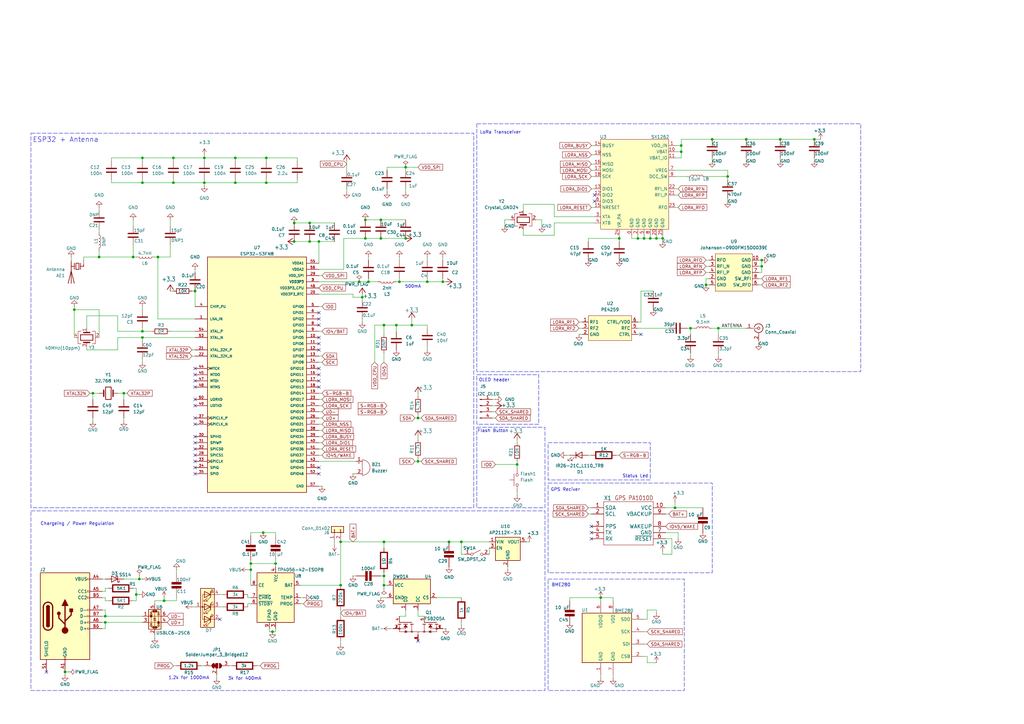
<source format=kicad_sch>
(kicad_sch (version 20250114) (generator "eeschema") (generator_version "9.0")
  (paper "A3")
  (title_block (title "SquirrelCore") (date "10/18/25 - 10/20/25") (rev "1") (company "SupperSimon") (comment 1 "Works with prexisting setup i had but now on a custom board with upgrades") (comment 2 "LoRa - Repeater Node"))
  (lib_symbols
    (symbol "Adafruit PA1010D Mini GPS-eagle-import:GPS_PA1010D"
      (property "Reference" "X" (at -10.16 -10.16 0))
      (symbol "GPS_PA1010D_1_0"
        (text "GPS PA1010D" (at 10.16 12.7 0) (effects (font (size 1.778 1.5113)) (justify right top)))
        (pin bidirectional line (at -15.24 7.62 0) (length 5.08) (name "SDA") (number "1"))
        (pin bidirectional line (at -15.24 5.08 0) (length 5.08) (name "SCL") (number "2"))
        (pin output line (at -15.24 0 0) (length 5.08) (name "PPS") (number "3"))
        (pin output line (at -15.24 -2.54 0) (length 5.08) (name "TX") (number "4"))
        (pin input line (at -15.24 -5.08 0) (length 5.08) (name "RX") (number "5"))
        (pin power_in line (at 15.24 7.62 180) (length 5.08) (name "VCC") (number "10"))
        (pin power_in line (at 15.24 5.08 180) (length 5.08) (name "VBACKUP") (number "9"))
        (pin input line (at 15.24 0 180) (length 5.08) (name "WAKEUP") (number "8"))
        (pin power_in line (at 15.24 -2.54 180) (length 5.08) (name "GND") (number "7"))
        (pin input line (at 15.24 -5.08 180) (length 5.08) (name "~{RESET}") (number "6"))
      )
    )
    (symbol "Battery_Management:DW01A"
      (property "Reference" "U" (at -6.604 6.35 0))
      (property "Value" "DW01A" (at 4.318 6.604 0))
      (symbol "DW01A_0_1"
        (pin power_in line (at -10.16 2.54 0) (length 2.54) (name "VCC") (number "5"))
        (pin power_in line (at -10.16 -2.54 0) (length 2.54) (name "GND") (number "6"))
        (pin output line (at -2.54 -7.62 90) (length 2.54) (name "OD") (number "1"))
        (pin output line (at 2.54 -7.62 90) (length 2.54) (name "OC") (number "3"))
        (pin input line (at 10.16 -2.54 180) (length 2.54) (name "CS") (number "2"))
      )
      (symbol "DW01A_1_1"
        (pin no_connect line (at 10.16 2.54 180) (length 2.54) (hide yes) (name "TD") (number "4"))
      )
    )
    (symbol "Battery_Management:TP4056-42-ESOP8"
      (property "Reference" "U" (at -6.604 11.684 0))
      (property "Value" "TP4056-42-ESOP8" (at 10.16 11.684 0))
      (symbol "TP4056-42-ESOP8_1_0"
        (pin input line (at -10.16 5.08 0) (length 2.54) (name "CE") (number "8"))
        (pin open_collector line (at -10.16 0 0) (length 2.54) (name "~{CHRG}") (number "7"))
        (pin open_collector line (at -10.16 -2.54 0) (length 2.54) (name "~{STDBY}") (number "6"))
        (pin passive line (at -2.54 -12.7 90) (length 2.54) (name "EPAD") (number "9"))
        (pin power_in line (at 0 12.7 270) (length 2.54) (name "V_{CC}") (number "4"))
        (pin power_in line (at 0 -12.7 90) (length 2.54) (name "GND") (number "3"))
        (pin power_out line (at 10.16 5.08 180) (length 2.54) (name "BAT") (number "5"))
        (pin input line (at 10.16 0 180) (length 2.54) (name "TEMP") (number "1"))
        (pin passive line (at 10.16 -2.54 180) (length 2.54) (name "PROG") (number "2"))
      )
    )
    (symbol "Connector:Conn_01x04_Pin" (pin_names (offset 1.016) (hide yes))
      (property "Reference" "J" (at 0 5.08 0))
      (property "Value" "Conn_01x04_Pin" (at 0 -7.62 0))
      (symbol "Conn_01x04_Pin_1_1"
        (pin passive line (at 5.08 2.54 180) (length 3.81) (name "Pin_1") (number "1"))
        (pin passive line (at 5.08 0 180) (length 3.81) (name "Pin_2") (number "2"))
        (pin passive line (at 5.08 -2.54 180) (length 3.81) (name "Pin_3") (number "3"))
        (pin passive line (at 5.08 -5.08 180) (length 3.81) (name "Pin_4") (number "4"))
      )
    )
    (symbol "Connector:Conn_Coaxial" (pin_names (offset 1.016) (hide yes))
      (property "Reference" "J" (at 0.254 3.048 0))
      (property "Value" "Conn_Coaxial" (at 2.921 0 90))
      (symbol "Conn_Coaxial_1_1"
        (pin passive line (at -5.08 0 0) (length 2.54) (name "In") (number "1"))
        (pin passive line (at 0 -5.08 90) (length 2.54) (name "Ext") (number "2"))
      )
    )
    (symbol "Connector:USB_C_Receptacle_USB2.0_14P" (pin_names (offset 1.016))
      (property "Reference" "J" (at 0 22.225 0))
      (property "Value" "USB_C_Receptacle_USB2.0_14P" (at 0 19.685 0))
      (symbol "USB_C_Receptacle_USB2.0_14P_1_1"
        (pin passive line (at -7.62 -22.86 90) (length 5.08) (name "SHIELD") (number "S1"))
        (pin passive line (at 0 -22.86 90) (length 5.08) (name "GND") (number "A1"))
        (pin passive line (at 0 -22.86 90) (length 5.08) (hide yes) (name "GND") (number "A12"))
        (pin passive line (at 0 -22.86 90) (length 5.08) (hide yes) (name "GND") (number "B1"))
        (pin passive line (at 0 -22.86 90) (length 5.08) (hide yes) (name "GND") (number "B12"))
        (pin passive line (at 15.24 15.24 180) (length 5.08) (name "VBUS") (number "A4"))
        (pin passive line (at 15.24 15.24 180) (length 5.08) (hide yes) (name "VBUS") (number "A9"))
        (pin passive line (at 15.24 15.24 180) (length 5.08) (hide yes) (name "VBUS") (number "B4"))
        (pin passive line (at 15.24 15.24 180) (length 5.08) (hide yes) (name "VBUS") (number "B9"))
        (pin bidirectional line (at 15.24 10.16 180) (length 5.08) (name "CC1") (number "A5"))
        (pin bidirectional line (at 15.24 7.62 180) (length 5.08) (name "CC2") (number "B5"))
        (pin bidirectional line (at 15.24 2.54 180) (length 5.08) (name "D-") (number "A7"))
        (pin bidirectional line (at 15.24 0 180) (length 5.08) (name "D-") (number "B7"))
        (pin bidirectional line (at 15.24 -2.54 180) (length 5.08) (name "D+") (number "A6"))
        (pin bidirectional line (at 15.24 -5.08 180) (length 5.08) (name "D+") (number "B6"))
      )
    )
    (symbol "Device:Antenna_Chip" (pin_numbers (hide yes)) (pin_names (offset 1.016) (hide yes))
      (property "Reference" "AE" (at 0 5.08 0))
      (property "Value" "Antenna_Chip" (at 0 3.175 0))
      (symbol "Antenna_Chip_1_1"
        (pin input line (at -2.54 -2.54 90) (length 2.54) (name "FEED") (number "1"))
        (pin passive line (at 2.54 -2.54 90) (length 2.54) (name "PCB_Trace") (number "2"))
      )
    )
    (symbol "Device:Buzzer" (pin_names (offset 0.0254) (hide yes))
      (property "Reference" "BZ" (at 3.81 1.27 0))
      (property "Value" "Buzzer" (at 3.81 -1.27 0))
      (symbol "Buzzer_1_1"
        (pin passive line (at -2.54 2.54 0) (length 2.54) (name "+") (number "1"))
        (pin passive line (at -2.54 -2.54 0) (length 2.54) (name "-") (number "2"))
      )
    )
    (symbol "Device:C" (pin_numbers (hide yes)) (pin_names (offset 0.254))
      (property "Reference" "C" (at 0.635 2.54 0))
      (property "Value" "C" (at 0.635 -2.54 0))
      (symbol "C_1_1"
        (pin passive line (at 0 3.81 270) (length 2.794) (name "~") (number "1"))
        (pin passive line (at 0 -3.81 90) (length 2.794) (name "~") (number "2"))
      )
    )
    (symbol "Device:Crystal" (pin_numbers (hide yes)) (pin_names (offset 1.016) (hide yes))
      (property "Reference" "Y" (at 0 3.81 0))
      (property "Value" "Crystal" (at 0 -3.81 0))
      (symbol "Crystal_1_1"
        (pin passive line (at -3.81 0 0) (length 1.27) (name "1") (number "1"))
        (pin passive line (at 3.81 0 180) (length 1.27) (name "2") (number "2"))
      )
    )
    (symbol "Device:Crystal_GND24" (pin_names (offset 1.016) (hide yes))
      (property "Reference" "Y" (at 3.175 5.08 0))
      (property "Value" "Crystal_GND24" (at 3.175 3.175 0))
      (symbol "Crystal_GND24_1_1"
        (pin passive line (at -3.81 0 0) (length 1.27) (name "1") (number "1"))
        (pin passive line (at 0 5.08 270) (length 1.27) (name "2") (number "2"))
        (pin passive line (at 0 -5.08 90) (length 1.27) (name "4") (number "4"))
        (pin passive line (at 3.81 0 180) (length 1.27) (name "3") (number "3"))
      )
    )
    (symbol "Device:L" (pin_numbers (hide yes)) (pin_names (offset 1.016) (hide yes))
      (property "Reference" "L" (at -1.27 0 90))
      (property "Value" "L" (at 1.905 0 90))
      (symbol "L_1_1"
        (pin passive line (at 0 3.81 270) (length 1.27) (name "1") (number "1"))
        (pin passive line (at 0 -3.81 90) (length 1.27) (name "2") (number "2"))
      )
    )
    (symbol "Device:R" (pin_numbers (hide yes)) (pin_names (offset 0))
      (property "Reference" "R" (at 2.032 0 90))
      (property "Value" "R" (at 0 0 90))
      (symbol "R_1_1"
        (pin passive line (at 0 3.81 270) (length 1.27) (name "~") (number "1"))
        (pin passive line (at 0 -3.81 90) (length 1.27) (name "~") (number "2"))
      )
    )
    (symbol "Diode:SS14" (pin_numbers (hide yes)) (pin_names (offset 1.016) (hide yes))
      (property "Reference" "D" (at 0 2.54 0))
      (property "Value" "SS14" (at 0 -2.54 0))
      (symbol "SS14_1_1"
        (pin passive line (at -3.81 0 0) (length 2.54) (name "K") (number "1"))
        (pin passive line (at 3.81 0 180) (length 2.54) (name "A") (number "2"))
      )
    )
    (symbol "ESP32-S3FN8:ESP32-S3FN8" (pin_names (offset 1.016))
      (property "Reference" "U" (at -20.32 49.53 0))
      (property "Value" "ESP32-S3FN8" (at -20.32 -49.53 0))
      (symbol "ESP32-S3FN8_0_0"
        (pin input line (at -25.4 27.94 0) (length 5.08) (name "CHIP_PU") (number "4"))
        (pin bidirectional line (at -25.4 22.86 0) (length 5.08) (name "LNA_IN") (number "1"))
        (pin input line (at -25.4 17.78 0) (length 5.08) (name "XTAL_P") (number "54"))
        (pin output line (at -25.4 15.24 0) (length 5.08) (name "XTAL_N") (number "53"))
        (pin bidirectional line (at -25.4 10.16 0) (length 5.08) (name "XTAL_32K_P") (number "21"))
        (pin bidirectional line (at -25.4 7.62 0) (length 5.08) (name "XTAL_32K_N") (number "22"))
        (pin bidirectional clock (at -25.4 2.54 0) (length 5.08) (name "MTCK") (number "44"))
        (pin bidirectional line (at -25.4 0 0) (length 5.08) (name "MTDO") (number "45"))
        (pin bidirectional line (at -25.4 -2.54 0) (length 5.08) (name "MTDI") (number "47"))
        (pin bidirectional line (at -25.4 -5.08 0) (length 5.08) (name "MTMS") (number "48"))
        (pin bidirectional line (at -25.4 -10.16 0) (length 5.08) (name "U0RXD") (number "50"))
        (pin bidirectional line (at -25.4 -12.7 0) (length 5.08) (name "U0TXD") (number "49"))
        (pin bidirectional clock (at -25.4 -17.78 0) (length 5.08) (name "SPICLK_P") (number "37"))
        (pin bidirectional clock (at -25.4 -20.32 0) (length 5.08) (name "SPICLK_N") (number "36"))
        (pin bidirectional line (at -25.4 -25.4 0) (length 5.08) (name "SPIHD") (number "30"))
        (pin bidirectional line (at -25.4 -27.94 0) (length 5.08) (name "SPIWP") (number "31"))
        (pin bidirectional line (at -25.4 -30.48 0) (length 5.08) (name "SPICS0") (number "32"))
        (pin bidirectional line (at -25.4 -33.02 0) (length 5.08) (name "SPICS1") (number "28"))
        (pin bidirectional clock (at -25.4 -35.56 0) (length 5.08) (name "SPICLK") (number "33"))
        (pin bidirectional line (at -25.4 -38.1 0) (length 5.08) (name "SPIQ") (number "34"))
        (pin bidirectional line (at -25.4 -40.64 0) (length 5.08) (name "SPID") (number "35"))
        (pin power_in line (at 25.4 45.72 180) (length 5.08) (name "VDDA1") (number "55"))
        (pin power_in line (at 25.4 43.18 180) (length 5.08) (name "VDDA2") (number "56"))
        (pin power_in line (at 25.4 40.64 180) (length 5.08) (name "VDD_SPI") (number "29"))
        (pin power_in line (at 25.4 38.1 180) (length 5.08) (name "VDD3P3") (number "2"))
        (pin power_in line (at 25.4 38.1 180) (length 5.08) (name "VDD3P3") (number "3"))
        (pin power_in line (at 25.4 35.56 180) (length 5.08) (name "VDD3P3_CPU") (number "46"))
        (pin power_in line (at 25.4 33.02 180) (length 5.08) (name "VDD3P3_RTC") (number "20"))
        (pin bidirectional line (at 25.4 27.94 180) (length 5.08) (name "GPIO0") (number "5"))
        (pin bidirectional line (at 25.4 25.4 180) (length 5.08) (name "GPIO1") (number "6"))
        (pin bidirectional line (at 25.4 22.86 180) (length 5.08) (name "GPIO2") (number "7"))
        (pin bidirectional line (at 25.4 20.32 180) (length 5.08) (name "GPIO3") (number "8"))
        (pin bidirectional line (at 25.4 17.78 180) (length 5.08) (name "GPIO4") (number "9"))
        (pin bidirectional line (at 25.4 15.24 180) (length 5.08) (name "GPIO5") (number "10"))
        (pin bidirectional line (at 25.4 12.7 180) (length 5.08) (name "GPIO6") (number "11"))
        (pin bidirectional line (at 25.4 10.16 180) (length 5.08) (name "GPIO7") (number "12"))
        (pin bidirectional line (at 25.4 7.62 180) (length 5.08) (name "GPIO8") (number "13"))
        (pin bidirectional line (at 25.4 5.08 180) (length 5.08) (name "GPIO9") (number "14"))
        (pin bidirectional line (at 25.4 2.54 180) (length 5.08) (name "GPIO10") (number "15"))
        (pin bidirectional line (at 25.4 0 180) (length 5.08) (name "GPIO11") (number "16"))
        (pin bidirectional line (at 25.4 -2.54 180) (length 5.08) (name "GPIO12") (number "17"))
        (pin bidirectional line (at 25.4 -5.08 180) (length 5.08) (name "GPIO13") (number "18"))
        (pin bidirectional line (at 25.4 -7.62 180) (length 5.08) (name "GPIO14") (number "19"))
        (pin bidirectional line (at 25.4 -10.16 180) (length 5.08) (name "GPIO17") (number "23"))
        (pin bidirectional line (at 25.4 -12.7 180) (length 5.08) (name "GPIO18") (number "24"))
        (pin bidirectional line (at 25.4 -15.24 180) (length 5.08) (name "GPIO19") (number "25"))
        (pin bidirectional line (at 25.4 -17.78 180) (length 5.08) (name "GPIO20") (number "26"))
        (pin bidirectional line (at 25.4 -20.32 180) (length 5.08) (name "GPIO21") (number "27"))
        (pin bidirectional line (at 25.4 -22.86 180) (length 5.08) (name "GPIO33") (number "38"))
        (pin bidirectional line (at 25.4 -25.4 180) (length 5.08) (name "GPIO34") (number "39"))
        (pin bidirectional line (at 25.4 -27.94 180) (length 5.08) (name "GPIO35") (number "40"))
        (pin bidirectional line (at 25.4 -30.48 180) (length 5.08) (name "GPIO36") (number "41"))
        (pin bidirectional line (at 25.4 -33.02 180) (length 5.08) (name "GPIO37") (number "42"))
        (pin bidirectional line (at 25.4 -35.56 180) (length 5.08) (name "GPIO38") (number "43"))
        (pin bidirectional line (at 25.4 -38.1 180) (length 5.08) (name "GPIO45") (number "51"))
        (pin bidirectional line (at 25.4 -40.64 180) (length 5.08) (name "GPIO46") (number "52"))
        (pin power_in line (at 25.4 -45.72 180) (length 5.08) (name "GND") (number "57"))
      )
    )
    (symbol "FSB205A:FS8205A" (pin_names (offset 1.016))
      (property "Reference" "Q" (at -11.43 7.62 0))
      (property "Value" "FS8205A" (at -11.43 -12.7 0))
      (symbol "FS8205A_0_0"
        (pin passive line (at -5.08 2.54 0) (length 2.54) (name "~") (number "5"))
        (pin passive line (at -5.08 -7.62 0) (length 2.54) (name "~") (number "4"))
        (pin passive line (at 0 10.16 270) (length 2.54) (name "~") (number "6"))
        (pin passive line (at 0 10.16 270) (length 2.54) (name "~") (number "7"))
        (pin passive line (at 0 -10.16 90) (length 2.54) (name "~") (number "2"))
        (pin passive line (at 0 -10.16 90) (length 2.54) (name "~") (number "3"))
        (pin passive line (at 5.08 0 180) (length 2.54) (name "~") (number "1"))
        (pin passive line (at 5.08 0 180) (length 2.54) (name "~") (number "8"))
      )
    )
    (symbol "GND_1" (power) (pin_numbers (hide yes)) (pin_names (offset 0) (hide yes))
      (property "Value" "GND" (at 0 -3.81 0))
      (symbol "GND_1_1_1"
        (pin power_in line (at 0 0 270) (length 0) (name "~") (number "1"))
      )
    )
    (symbol "Jumper:SolderJumper_3_Bridged12" (pin_names (offset 0) (hide yes)) (in_bom no)
      (property "Reference" "JP" (at -2.54 -2.54 0))
      (property "Value" "SolderJumper_3_Bridged12" (at 0 2.794 0))
      (symbol "SolderJumper_3_Bridged12_1_1"
        (pin passive line (at -5.08 0 0) (length 2.54) (name "A") (number "1"))
        (pin passive line (at 0 -3.81 90) (length 2.54) (name "C") (number "2"))
        (pin passive line (at 5.08 0 180) (length 2.54) (name "B") (number "3"))
      )
    )
    (symbol "LED:IR26-21C_L110_TR8" (pin_numbers (hide yes)) (pin_names (offset 1.016) (hide yes))
      (property "Reference" "D" (at 0 2.54 0))
      (property "Value" "IR26-21C_L110_TR8" (at 0 -3.81 0))
      (symbol "IR26-21C_L110_TR8_1_1"
        (pin passive line (at -3.81 0 0) (length 2.54) (name "K") (number "1"))
        (pin passive line (at 3.81 0 180) (length 2.54) (name "A") (number "2"))
      )
    )
    (symbol "LED_ABGR_2" (pin_names (offset 0) (hide yes))
      (property "Reference" "D1" (at 3.81 3.81 90))
      (property "Value" "LED_CBGR" (at 3.81 -4.826 90))
      (symbol "LED_ABGR_2_0_0"
        (text "R" (at -1.905 3.81 0) (effects (font (size 1.27 1.27))))
        (text "G" (at -1.905 -1.27 0) (effects (font (size 1.27 1.27))))
        (text "B" (at -1.905 -6.35 0) (effects (font (size 1.27 1.27))))
      )
      (symbol "LED_ABGR_2_1_1"
        (pin passive line (at -5.08 5.08 0) (length 2.54) (name "RA") (number "2"))
        (pin passive line (at -5.08 0 0) (length 2.54) (name "GA") (number "3"))
        (pin passive line (at -5.08 -5.08 0) (length 2.54) (name "BA") (number "4"))
        (pin passive line (at 5.08 0 180) (length 2.54) (name "K") (number "1"))
      )
    )
    (symbol "MaTouch 1.9“ TFT Breakout v1.1-eagle-import:+3V3" (power)
      (property "Value" "+3V3" (at -2.54 -5.08 90))
      (symbol "+3V3_1_0"
        (pin power_in line (at 0 -2.54 90) (length 2.54) (name "+3V3") (number "1"))
      )
    )
    (symbol "PCM_4ms_Connector:Conn_01x02" (pin_names (offset 1.016) (hide yes))
      (property "Reference" "J" (at 0 2.54 0))
      (property "Value" "Conn_01x02" (at 0 -5.08 0))
      (symbol "Conn_01x02_1_1"
        (pin passive line (at -5.08 0 0) (length 3.81) (name "Pin_1") (number "1"))
        (pin passive line (at -5.08 -2.54 0) (length 3.81) (name "Pin_2") (number "2"))
      )
    )
    (symbol "PCM_Elektuur:C" (pin_numbers (hide yes)) (pin_names (offset 0) (hide yes))
      (property "Reference" "C" (at 0.635 3.175 0))
      (property "Value" "C" (at 0.635 -3.175 0))
      (symbol "C_1_1"
        (pin passive line (at 0 5.08 270) (length 3.8862) (name "+") (number "1"))
        (pin passive line (at 0 -5.08 90) (length 3.8862) (name "-") (number "2"))
      )
      (symbol "C_1_2"
        (pin passive line (at 0 5.08 270) (length 3.5814) (name "+") (number "1"))
        (pin passive line (at 0 -5.08 90) (length 3.5814) (name "-") (number "2"))
      )
    )
    (symbol "PCM_Elektuur:R" (pin_numbers (hide yes)) (pin_names (offset 0) (hide yes))
      (property "Reference" "R" (at 2.54 3.175 0))
      (property "Value" "R" (at 0 0 90))
      (symbol "R_1_1"
        (pin passive line (at 0 5.08 270) (length 1.651) (name "+") (number "1"))
        (pin passive line (at 0 -5.08 90) (length 1.651) (name "-") (number "2"))
      )
      (symbol "R_1_2"
        (pin passive line (at 0 5.08 270) (length 1.651) (name "+") (number "1"))
        (pin passive line (at 0 -5.08 90) (length 1.651) (name "-") (number "2"))
      )
      (symbol "R_1_3"
        (pin passive line (at 0 5.08 270) (length 1.6002) (name "+") (number "1"))
        (pin passive line (at 0 -5.08 90) (length 1.6002) (name "-") (number "2"))
      )
      (symbol "R_1_4"
        (pin passive line (at 0 5.08 270) (length 0.5334) (name "+") (number "1"))
        (pin passive line (at 0 -5.08 90) (length 0.5334) (name "-") (number "2"))
      )
    )
    (symbol "Power_Protection:USBLC6-2SC6" (pin_names (hide yes))
      (property "Reference" "U" (at 0.635 5.715 0))
      (property "Value" "USBLC6-2SC6" (at 0.635 3.81 0))
      (symbol "USBLC6-2SC6_1_1"
        (pin passive line (at -5.08 0 0) (length 2.54) (name "I/O1") (number "1"))
        (pin passive line (at -5.08 -2.54 0) (length 2.54) (name "I/O2") (number "3"))
        (pin passive line (at 0 5.08 270) (length 2.54) (name "VBUS") (number "5"))
        (pin passive line (at 0 -7.62 90) (length 2.54) (name "GND") (number "2"))
        (pin passive line (at 5.08 0 180) (length 2.54) (name "I/O1") (number "6"))
        (pin passive line (at 5.08 -2.54 180) (length 2.54) (name "I/O2") (number "4"))
      )
    )
    (symbol "RF_Components:Johanson-0900FM15D0039E"
      (property "Reference" "U2" (at 0 5.08 0))
      (property "Value" "Johanson-0900FM15D0039E" (at 0 2.54 0))
      (symbol "Johanson-0900FM15D0039E_1_1"
        (pin passive line (at -10.16 -2.54 0) (length 2.54) (name "RFO") (number "1"))
        (pin passive line (at -10.16 -5.08 0) (length 2.54) (name "RFI_N") (number "3"))
        (pin passive line (at -10.16 -7.62 0) (length 2.54) (name "RFI_P") (number "4"))
        (pin passive line (at -10.16 -10.16 0) (length 2.54) (name "GND") (number "2"))
        (pin passive line (at -10.16 -12.7 0) (length 2.54) (name "GND") (number "5"))
        (pin passive line (at 10.16 -2.54 180) (length 2.54) (name "GND") (number "10"))
        (pin passive line (at 10.16 -5.08 180) (length 2.54) (name "GND") (number "9"))
        (pin passive line (at 10.16 -7.62 180) (length 2.54) (name "GND") (number "7"))
        (pin passive line (at 10.16 -10.16 180) (length 2.54) (name "SW_RFI") (number "8"))
        (pin passive line (at 10.16 -12.7 180) (length 2.54) (name "SW_RFO") (number "6"))
      )
    )
    (symbol "RF_Components:PE4259"
      (property "Reference" "U" (at 0 5.08 0))
      (property "Value" "PE4259" (at 0 2.54 0))
      (symbol "PE4259_1_1"
        (pin input line (at -11.43 -2.54 0) (length 2.54) (name "RF1") (number "1"))
        (pin input line (at -11.43 -5.08 0) (length 2.54) (name "RF2") (number "3"))
        (pin bidirectional line (at -11.43 -7.62 0) (length 2.54) (name "GND") (number "2"))
        (pin input line (at 11.43 -2.54 180) (length 2.54) (name "CTRL/VDD") (number "6"))
        (pin input line (at 11.43 -5.08 180) (length 2.54) (name "RFC") (number "5"))
        (pin input line (at 11.43 -7.62 180) (length 2.54) (name "CTRL") (number "4"))
      )
    )
    (symbol "RF_Components:SX1262"
      (property "Reference" "U" (at 0 5.08 0))
      (property "Value" "SX1262" (at 0 2.54 0))
      (symbol "SX1262_1_1"
        (pin output line (at -16.51 -2.54 0) (length 2.54) (name "BUSY") (number "14"))
        (pin input line (at -16.51 -6.35 0) (length 2.54) (name "NSS") (number "19"))
        (pin output line (at -16.51 -10.16 0) (length 2.54) (name "MISO") (number "16"))
        (pin input line (at -16.51 -12.7 0) (length 2.54) (name "MOSI") (number "17"))
        (pin input line (at -16.51 -15.24 0) (length 2.54) (name "SCK") (number "18"))
        (pin bidirectional line (at -16.51 -20.32 0) (length 2.54) (name "DIO1") (number "13"))
        (pin bidirectional line (at -16.51 -22.86 0) (length 2.54) (name "DIO2") (number "12"))
        (pin bidirectional line (at -16.51 -25.4 0) (length 2.54) (name "DIO3") (number "6"))
        (pin input line (at -16.51 -27.94 0) (length 2.54) (name "NRESET") (number "15"))
        (pin passive line (at -16.51 -31.75 0) (length 2.54) (name "XTA") (number "3"))
        (pin passive line (at -16.51 -34.29 0) (length 2.54) (name "XTB") (number "4"))
        (pin passive line (at -6.35 -39.37 90) (length 2.54) (name "VR_PA") (number "24"))
        (pin passive line (at -1.27 -39.37 90) (length 2.54) (name "GND") (number "0"))
        (pin passive line (at 1.27 -39.37 90) (length 2.54) (name "GND") (number "2"))
        (pin passive line (at 3.81 -39.37 90) (length 2.54) (name "GND") (number "5"))
        (pin passive line (at 6.35 -39.37 90) (length 2.54) (name "GND") (number "8"))
        (pin passive line (at 8.89 -39.37 90) (length 2.54) (name "GND") (number "20"))
        (pin passive line (at 11.43 -39.37 90) (length 2.54) (name "GND") (number "25"))
        (pin passive line (at 16.51 -2.54 180) (length 2.54) (name "VDD_IN") (number "1"))
        (pin input line (at 16.51 -5.08 180) (length 2.54) (name "VBAT") (number "10"))
        (pin input line (at 16.51 -7.62 180) (length 2.54) (name "VBAT_IO") (number "11"))
        (pin passive line (at 16.51 -12.7 180) (length 2.54) (name "VREG") (number "7"))
        (pin output line (at 16.51 -15.24 180) (length 2.54) (name "DCC_SW") (number "9"))
        (pin input line (at 16.51 -20.32 180) (length 2.54) (name "RFI_N") (number "22"))
        (pin input line (at 16.51 -22.86 180) (length 2.54) (name "RFI_P") (number "21"))
        (pin output line (at 16.51 -27.94 180) (length 2.54) (name "RFO") (number "23"))
      )
    )
    (symbol "Regulator_Linear:AP2112K-3.3" (pin_names (offset 0.254))
      (property "Reference" "U" (at -5.08 5.715 0))
      (property "Value" "AP2112K-3.3" (at 0 5.715 0))
      (symbol "AP2112K-3.3_1_1"
        (pin power_in line (at -7.62 2.54 0) (length 2.54) (name "VIN") (number "1"))
        (pin input line (at -7.62 0 0) (length 2.54) (name "EN") (number "3"))
        (pin power_in line (at 0 -7.62 90) (length 2.54) (name "GND") (number "2"))
        (pin no_connect line (at 5.08 0 180) (length 2.54) (hide yes) (name "NC") (number "4"))
        (pin power_out line (at 7.62 2.54 180) (length 2.54) (name "VOUT") (number "5"))
      )
    )
    (symbol "Sensor:BME280"
      (property "Reference" "U" (at -8.89 11.43 0))
      (property "Value" "BME280" (at 7.62 11.43 0))
      (symbol "BME280_1_1"
        (pin power_in line (at -2.54 15.24 270) (length 5.08) (name "VDDIO") (number "6"))
        (pin power_in line (at -2.54 -15.24 90) (length 5.08) (name "GND") (number "1"))
        (pin power_in line (at 2.54 15.24 270) (length 5.08) (name "VDD") (number "8"))
        (pin power_in line (at 2.54 -15.24 90) (length 5.08) (name "GND") (number "7"))
        (pin bidirectional line (at 15.24 7.62 180) (length 5.08) (name "SDO") (number "5"))
        (pin input line (at 15.24 2.54 180) (length 5.08) (name "SCK") (number "4"))
        (pin bidirectional line (at 15.24 -2.54 180) (length 5.08) (name "SDI") (number "3"))
        (pin input line (at 15.24 -7.62 180) (length 5.08) (name "CSB") (number "2"))
      )
    )
    (symbol "Switch:SW_DPST_x2" (pin_names (offset 0) (hide yes))
      (property "Reference" "SW" (at 0 3.175 0))
      (property "Value" "SW_DPST_x2" (at 0 -2.54 0))
      (symbol "SW_DPST_x2_1_1"
        (pin passive line (at -5.08 0 0) (length 2.54) (name "A") (number "1"))
        (pin passive line (at 5.08 0 180) (length 2.54) (name "B") (number "2"))
      )
      (symbol "SW_DPST_x2_2_1"
        (pin passive line (at -5.08 0 0) (length 2.54) (name "A") (number "3"))
        (pin passive line (at 5.08 0 180) (length 2.54) (name "B") (number "4"))
      )
    )
    (symbol "Switch:SW_Push" (pin_numbers (hide yes)) (pin_names (offset 1.016) (hide yes))
      (property "Reference" "SW" (at 1.27 2.54 0))
      (property "Value" "SW_Push" (at 0 -1.524 0))
      (symbol "SW_Push_0_1"
        (pin passive line (at -5.08 0 0) (length 2.54) (name "1") (number "1"))
        (pin passive line (at 5.08 0 180) (length 2.54) (name "2") (number "2"))
      )
    )
    (symbol "power:+3V3" (power) (pin_numbers (hide yes)) (pin_names (offset 0) (hide yes))
      (property "Value" "+3V3" (at 0 3.556 0))
      (symbol "+3V3_1_1"
        (pin power_in line (at 0 0 90) (length 0) (name "~") (number "1"))
      )
    )
    (symbol "power:GND" (power) (pin_numbers (hide yes)) (pin_names (offset 0) (hide yes))
      (property "Value" "GND" (at 0 -3.81 0))
      (symbol "GND_1_1"
        (pin power_in line (at 0 0 270) (length 0) (name "~") (number "1"))
      )
    )
    (symbol "power:PWR_FLAG" (power) (pin_numbers (hide yes)) (pin_names (offset 0) (hide yes))
      (property "Value" "PWR_FLAG" (at 0 3.81 0))
      (symbol "PWR_FLAG_0_0"
        (pin power_out line (at 0 0 90) (length 0) (name "~") (number "1"))
      )
    )
    (symbol "power:VBUS" (power) (pin_numbers (hide yes)) (pin_names (offset 0) (hide yes))
      (property "Value" "VBUS" (at 0 3.556 0))
      (symbol "VBUS_1_1"
        (pin power_in line (at 0 0 90) (length 0) (name "~") (number "1"))
      )
    )
  )
  (rectangle (start 195.58 50.8) (end 353.06 152.4) (stroke (width 0) (type dash)))
  (rectangle (start 266.7 196.85) (end 224.79 181.61) (stroke (width 0) (type dash)))
  (rectangle (start 12.7 209.55) (end 223.52 283.21) (stroke (width 0) (type dash)))
  (rectangle (start 195.58 175.26) (end 223.52 208.28) (stroke (width 0) (type dash)))
  (rectangle (start 224.79 237.49) (end 280.67 283.21) (stroke (width 0) (type dash)))
  (rectangle (start 224.79 198.12) (end 292.1 234.95) (stroke (width 0) (type dash)))
  (rectangle (start 12.7 54.61) (end 194.31 208.28) (stroke (width 0) (type dash)))
  (rectangle (start 195.58 153.67) (end 220.98 173.99) (stroke (width 0) (type dash)))
  (text "Flash Button" (at 202.184 176.784 0) (effects (font (size 1.3 1.3))))
  (text "Status Led" (at 260.604 195.326 0) (effects (font (size 1.3 1.3))))
  (text "1.2k for 1000mA" (at 77.47 278.13 0) (effects (font (size 1.3 1.3))))
  (text "3k for 400mA" (at 100.33 278.384 0) (effects (font (size 1.3 1.3))))
  (text "ESP32 + Antenna" (at 26.924 57.404 0) (effects (font (size 2 2))))
  (text "LoRa Transceiver" (at 205.232 54.356 0) (effects (font (size 1.3 1.3))))
  (text "OLED header\n" (at 202.692 155.956 0) (effects (font (size 1.3 1.3))))
  (text "GPS Reciver" (at 231.902 200.914 0) (effects (font (size 1.3 1.3))))
  (text "Chargeing / Power Regulation" (at 31.75 214.884 0) (effects (font (size 1.3 1.3))))
  (text "BME280\n" (at 230.124 240.03 0) (effects (font (size 1.3 1.3))))
  (text "500mA" (at 169.418 117.602 0) (effects (font (size 1.27 1.27))))
  (junction (at 279.4 59.69))
  (junction (at 148.59 121.92))
  (junction (at 175.26 115.57))
  (junction (at 83.82 74.93))
  (junction (at 320.04 57.15))
  (junction (at 184.15 222.25))
  (junction (at 43.18 255.27))
  (junction (at 298.45 72.39))
  (junction (at 157.48 240.03))
  (junction (at 168.91 133.35))
  (junction (at 83.82 64.77))
  (junction (at 102.87 233.68))
  (junction (at 64.77 105.41))
  (junction (at 120.65 99.06))
  (junction (at 96.52 74.93))
  (junction (at 246.38 245.11))
  (junction (at 162.56 133.35))
  (junction (at 58.42 64.77))
  (junction (at 58.42 138.43))
  (junction (at 276.86 208.28))
  (junction (at 149.86 97.79))
  (junction (at 58.42 74.93))
  (junction (at 50.8 161.29))
  (junction (at 254 97.79))
  (junction (at 107.95 218.44))
  (junction (at 111.76 259.08))
  (junction (at 163.83 115.57))
  (junction (at 306.07 57.15))
  (junction (at 139.7 240.03))
  (junction (at 113.03 231.14))
  (junction (at 127 91.44))
  (junction (at 157.48 236.22))
  (junction (at 67.31 246.38))
  (junction (at 149.86 90.17))
  (junction (at 71.12 64.77))
  (junction (at 312.42 106.68))
  (junction (at 157.48 222.25))
  (junction (at 312.42 109.22))
  (junction (at 334.01 57.15))
  (junction (at 166.37 97.79))
  (junction (at 279.4 62.23))
  (junction (at 57.15 237.49))
  (junction (at 55.88 243.84))
  (junction (at 40.64 105.41))
  (junction (at 181.61 115.57))
  (junction (at 38.1 161.29))
  (junction (at 147.32 115.57))
  (junction (at 271.78 97.79))
  (junction (at 130.81 99.06))
  (junction (at 157.48 133.35))
  (junction (at 156.21 97.79))
  (junction (at 109.22 64.77))
  (junction (at 96.52 64.77))
  (junction (at 171.45 189.23))
  (junction (at 266.7 97.79))
  (junction (at 189.23 222.25))
  (junction (at 151.13 115.57))
  (junction (at 54.61 105.41))
  (junction (at 26.67 275.59))
  (junction (at 294.64 134.62))
  (junction (at 43.18 252.73))
  (junction (at 120.65 91.44))
  (junction (at 283.21 134.62))
  (junction (at 261.62 97.79))
  (junction (at 127 99.06))
  (junction (at 139.7 222.25))
  (junction (at 80.01 119.38))
  (junction (at 166.37 68.58))
  (junction (at 171.45 171.45))
  (junction (at 289.56 116.84))
  (junction (at 71.12 74.93))
  (junction (at 156.21 90.17))
  (junction (at 269.24 97.79))
  (junction (at 58.42 135.89))
  (junction (at 264.16 97.79))
  (junction (at 109.22 74.93))
  (junction (at 292.1 57.15))
  (junction (at 212.09 190.5))
  (junction (at 102.87 231.14))
  (junction (at 30.48 127))
  (no_connect (at 80.01 189.23))
  (no_connect (at 171.45 262.89))
  (no_connect (at 242.57 218.44))
  (no_connect (at 242.57 215.9))
  (no_connect (at 243.84 80.01))
  (no_connect (at 242.57 220.98))
  (no_connect (at 80.01 158.75))
  (no_connect (at 19.05 275.59))
  (no_connect (at 130.81 151.13))
  (no_connect (at 130.81 153.67))
  (no_connect (at 130.81 158.75))
  (no_connect (at 130.81 156.21))
  (no_connect (at 130.81 143.51))
  (no_connect (at 80.01 191.77))
  (no_connect (at 130.81 194.31))
  (no_connect (at 262.89 137.16))
  (no_connect (at 80.01 166.37))
  (no_connect (at 80.01 156.21))
  (no_connect (at 80.01 171.45))
  (no_connect (at 80.01 186.69))
  (no_connect (at 130.81 133.35))
  (no_connect (at 80.01 184.15))
  (no_connect (at 80.01 151.13))
  (no_connect (at 80.01 163.83))
  (no_connect (at 80.01 194.31))
  (no_connect (at 90.17 254))
  (no_connect (at 80.01 179.07))
  (no_connect (at 130.81 128.27))
  (no_connect (at 80.01 173.99))
  (no_connect (at 130.81 138.43))
  (no_connect (at 80.01 153.67))
  (no_connect (at 130.81 140.97))
  (no_connect (at 130.81 191.77))
  (no_connect (at 243.84 82.55))
  (no_connect (at 80.01 181.61))
  (no_connect (at 130.81 130.81))
  (wire (pts (xy 279.4 62.23) (xy 279.4 59.69)))
  (wire (pts (xy 171.45 170.18) (xy 171.45 171.45)))
  (wire (pts (xy 50.8 161.29) (xy 52.07 161.29)))
  (wire (pts (xy 43.18 255.27) (xy 43.18 257.81)))
  (wire (pts (xy 166.37 250.19) (xy 166.37 252.73)))
  (wire (pts (xy 40.64 127) (xy 39.37 127)))
  (wire (pts (xy 41.91 255.27) (xy 43.18 255.27)))
  (wire (pts (xy 55.88 243.84) (xy 55.88 246.38)))
  (wire (pts (xy 43.18 252.73) (xy 41.91 252.73)))
  (wire (pts (xy 54.61 105.41) (xy 54.61 100.33)))
  (wire (pts (xy 166.37 78.74) (xy 166.37 77.47)) (stroke (width 0.1524)))
  (wire (pts (xy 63.5 261.62) (xy 63.5 260.35)))
  (wire (pts (xy 157.48 234.95) (xy 157.48 236.22)))
  (wire (pts (xy 294.64 134.62) (xy 294.64 137.16)))
  (wire (pts (xy 43.18 255.27) (xy 58.42 255.27)))
  (wire (pts (xy 219.71 90.17) (xy 222.25 90.17)))
  (wire (pts (xy 102.87 218.44) (xy 107.95 218.44)))
  (wire (pts (xy 137.16 222.25) (xy 137.16 223.52)))
  (wire (pts (xy 237.49 134.62) (xy 238.76 134.62)))
  (wire (pts (xy 43.18 246.38) (xy 44.45 246.38)))
  (wire (pts (xy 294.64 146.05) (xy 294.64 144.78)))
  (wire (pts (xy 163.83 114.3) (xy 163.83 115.57)) (stroke (width 0.1524)))
  (wire (pts (xy 227.33 91.44) (xy 243.84 91.44)))
  (wire (pts (xy 276.86 62.23) (xy 279.4 62.23)))
  (wire (pts (xy 45.72 74.93) (xy 45.72 73.66)))
  (wire (pts (xy 44.45 241.3) (xy 43.18 241.3)))
  (wire (pts (xy 35.56 142.24) (xy 35.56 143.51)) (stroke (width 0.1524)))
  (wire (pts (xy 254 99.06) (xy 254 97.79)))
  (wire (pts (xy 132.08 146.05) (xy 130.81 146.05)))
  (wire (pts (xy 130.81 99.06) (xy 127 99.06)))
  (wire (pts (xy 144.78 120.65) (xy 144.78 121.92)))
  (wire (pts (xy 306.07 64.77) (xy 306.07 66.04)))
  (wire (pts (xy 203.2 163.83) (xy 201.93 163.83)))
  (wire (pts (xy 208.28 233.68) (xy 208.28 232.41)))
  (wire (pts (xy 181.61 114.3) (xy 181.61 115.57)) (stroke (width 0.1524)))
  (wire (pts (xy 189.23 222.25) (xy 200.66 222.25)))
  (wire (pts (xy 40.64 138.43) (xy 40.64 127)))
  (wire (pts (xy 157.48 222.25) (xy 184.15 222.25)))
  (wire (pts (xy 312.42 111.76) (xy 311.15 111.76)))
  (wire (pts (xy 246.38 245.11) (xy 251.46 245.11)))
  (wire (pts (xy 262.89 119.38) (xy 267.97 119.38)))
  (wire (pts (xy 111.76 259.08) (xy 110.49 259.08)))
  (wire (pts (xy 283.21 134.62) (xy 284.48 134.62)))
  (wire (pts (xy 101.6 247.65) (xy 102.87 247.65)))
  (wire (pts (xy 157.48 144.78) (xy 157.48 148.59)))
  (wire (pts (xy 292.1 57.15) (xy 306.07 57.15)))
  (wire (pts (xy 107.95 218.44) (xy 113.03 218.44)))
  (wire (pts (xy 30.48 125.73) (xy 30.48 127)) (stroke (width 0.1524)))
  (wire (pts (xy 132.08 125.73) (xy 130.81 125.73)))
  (wire (pts (xy 156.21 236.22) (xy 157.48 236.22)))
  (wire (pts (xy 50.8 161.29) (xy 50.8 163.83)))
  (wire (pts (xy 144.78 236.22) (xy 146.05 236.22)))
  (wire (pts (xy 237.49 132.08) (xy 238.76 132.08)))
  (wire (pts (xy 246.38 276.86) (xy 246.38 278.13)))
  (wire (pts (xy 214.63 86.36) (xy 214.63 83.82)))
  (wire (pts (xy 113.03 229.87) (xy 113.03 231.14)))
  (wire (pts (xy 312.42 114.3) (xy 311.15 114.3)))
  (wire (pts (xy 271.78 227.33) (xy 271.78 226.06)))
  (wire (pts (xy 261.62 132.08) (xy 262.89 132.08)))
  (wire (pts (xy 266.7 97.79) (xy 269.24 97.79)))
  (wire (pts (xy 171.45 179.07) (xy 171.45 180.34)))
  (wire (pts (xy 69.85 105.41) (xy 69.85 100.33)))
  (wire (pts (xy 175.26 133.35) (xy 175.26 134.62)) (stroke (width 0.1524)))
  (wire (pts (xy 212.09 189.23) (xy 212.09 190.5)))
  (wire (pts (xy 78.74 248.92) (xy 80.01 248.92)))
  (wire (pts (xy 163.83 115.57) (xy 162.56 115.57)) (stroke (width 0.1524)))
  (wire (pts (xy 278.13 80.01) (xy 276.86 80.01)))
  (wire (pts (xy 58.42 134.62) (xy 58.42 135.89)) (stroke (width 0.1524)))
  (wire (pts (xy 57.15 237.49) (xy 58.42 237.49)))
  (wire (pts (xy 157.48 236.22) (xy 157.48 240.03)))
  (wire (pts (xy 69.85 90.17) (xy 69.85 92.71)))
  (wire (pts (xy 80.01 119.38) (xy 80.01 125.73)))
  (wire (pts (xy 166.37 68.58) (xy 166.37 69.85)) (stroke (width 0.1524)))
  (wire (pts (xy 101.6 247.65) (xy 101.6 248.92)))
  (wire (pts (xy 320.04 64.77) (xy 320.04 66.04)))
  (wire (pts (xy 275.59 227.33) (xy 275.59 220.98)))
  (wire (pts (xy 151.13 115.57) (xy 151.13 114.3)) (stroke (width 0.1524)))
  (wire (pts (xy 109.22 74.93) (xy 121.92 74.93)))
  (wire (pts (xy 158.75 68.58) (xy 158.75 69.85)) (stroke (width 0.1524)))
  (wire (pts (xy 312.42 106.68) (xy 311.15 106.68)))
  (wire (pts (xy 35.56 129.54) (xy 48.26 129.54)) (stroke (width 0.1524)))
  (wire (pts (xy 311.15 109.22) (xy 312.42 109.22)))
  (wire (pts (xy 241.3 97.79) (xy 254 97.79)))
  (wire (pts (xy 58.42 148.59) (xy 58.42 147.32)) (stroke (width 0.1524)))
  (wire (pts (xy 259.08 97.79) (xy 261.62 97.79)))
  (wire (pts (xy 102.87 231.14) (xy 113.03 231.14)))
  (wire (pts (xy 149.86 90.17) (xy 156.21 90.17)))
  (wire (pts (xy 246.38 245.11) (xy 233.68 245.11)))
  (wire (pts (xy 130.81 120.65) (xy 144.78 120.65)))
  (wire (pts (xy 207.01 92.71) (xy 207.01 90.17)))
  (wire (pts (xy 306.07 57.15) (xy 320.04 57.15)))
  (wire (pts (xy 246.38 245.11) (xy 246.38 246.38)))
  (wire (pts (xy 278.13 77.47) (xy 276.86 77.47)))
  (wire (pts (xy 80.01 110.49) (xy 80.01 111.76)) (stroke (width 0.1524)))
  (wire (pts (xy 27.94 275.59) (xy 26.67 275.59)))
  (wire (pts (xy 130.81 189.23) (xy 146.05 189.23)))
  (wire (pts (xy 271.78 96.52) (xy 271.78 97.79)))
  (wire (pts (xy 276.86 208.28) (xy 288.29 208.28)))
  (wire (pts (xy 233.68 245.11) (xy 233.68 246.38)))
  (wire (pts (xy 203.2 171.45) (xy 201.93 171.45)))
  (wire (pts (xy 139.7 222.25) (xy 157.48 222.25)))
  (wire (pts (xy 227.33 91.44) (xy 227.33 96.52)))
  (wire (pts (xy 265.43 264.16) (xy 264.16 264.16)))
  (wire (pts (xy 182.88 115.57) (xy 181.61 115.57)))
  (wire (pts (xy 96.52 64.77) (xy 109.22 64.77)))
  (wire (pts (xy 64.77 105.41) (xy 64.77 130.81)))
  (wire (pts (xy 289.56 114.3) (xy 289.56 116.84)))
  (wire (pts (xy 109.22 74.93) (xy 109.22 73.66)))
  (wire (pts (xy 109.22 64.77) (xy 109.22 66.04)))
  (wire (pts (xy 96.52 64.77) (xy 96.52 66.04)))
  (wire (pts (xy 264.16 254) (xy 265.43 254)))
  (wire (pts (xy 45.72 74.93) (xy 58.42 74.93)))
  (wire (pts (xy 132.08 163.83) (xy 130.81 163.83)))
  (wire (pts (xy 149.86 97.79) (xy 156.21 97.79)))
  (wire (pts (xy 78.74 119.38) (xy 80.01 119.38)))
  (wire (pts (xy 175.26 115.57) (xy 163.83 115.57)) (stroke (width 0.1524)))
  (wire (pts (xy 132.08 166.37) (xy 130.81 166.37)))
  (wire (pts (xy 262.89 132.08) (xy 262.89 119.38)))
  (wire (pts (xy 214.63 96.52) (xy 214.63 93.98)))
  (wire (pts (xy 41.91 242.57) (xy 43.18 242.57)))
  (wire (pts (xy 168.91 130.81) (xy 168.91 133.35)) (stroke (width 0.1524)))
  (wire (pts (xy 63.5 246.38) (xy 67.31 246.38)))
  (wire (pts (xy 101.6 245.11) (xy 102.87 245.11)))
  (wire (pts (xy 241.3 208.28) (xy 242.57 208.28)))
  (wire (pts (xy 171.45 252.73) (xy 173.99 252.73)))
  (wire (pts (xy 262.89 137.16) (xy 261.62 137.16)))
  (wire (pts (xy 172.72 171.45) (xy 171.45 171.45)))
  (wire (pts (xy 139.7 222.25) (xy 139.7 240.03)))
  (wire (pts (xy 110.49 259.08) (xy 110.49 257.81)))
  (wire (pts (xy 120.65 91.44) (xy 127 91.44)))
  (wire (pts (xy 71.12 74.93) (xy 71.12 73.66)))
  (wire (pts (xy 50.8 172.72) (xy 50.8 171.45)) (stroke (width 0.1524)))
  (wire (pts (xy 265.43 259.08) (xy 264.16 259.08)))
  (wire (pts (xy 242.57 85.09) (xy 243.84 85.09)))
  (wire (pts (xy 132.08 171.45) (xy 130.81 171.45)))
  (wire (pts (xy 48.26 135.89) (xy 58.42 135.89)) (stroke (width 0.1524)))
  (wire (pts (xy 279.4 57.15) (xy 279.4 59.69)))
  (wire (pts (xy 320.04 57.15) (xy 334.01 57.15)))
  (wire (pts (xy 271.78 97.79) (xy 271.78 99.06)))
  (wire (pts (xy 109.22 64.77) (xy 121.92 64.77)))
  (wire (pts (xy 35.56 134.62) (xy 35.56 129.54)) (stroke (width 0.1524)))
  (wire (pts (xy 278.13 85.09) (xy 276.86 85.09)))
  (wire (pts (xy 54.61 92.71) (xy 54.61 90.17)))
  (wire (pts (xy 227.33 88.9) (xy 243.84 88.9)))
  (wire (pts (xy 163.83 105.41) (xy 163.83 106.68)) (stroke (width 0.1524)))
  (wire (pts (xy 251.46 276.86) (xy 251.46 278.13)))
  (wire (pts (xy 58.42 125.73) (xy 58.42 127)) (stroke (width 0.1524)))
  (wire (pts (xy 171.45 161.29) (xy 171.45 162.56)))
  (wire (pts (xy 90.17 243.84) (xy 91.44 243.84)))
  (wire (pts (xy 67.31 246.38) (xy 72.39 246.38)))
  (wire (pts (xy 113.03 259.08) (xy 113.03 257.81)))
  (wire (pts (xy 83.82 74.93) (xy 83.82 76.2)))
  (wire (pts (xy 292.1 134.62) (xy 294.64 134.62)))
  (wire (pts (xy 276.86 64.77) (xy 279.4 64.77)))
  (wire (pts (xy 43.18 241.3) (xy 43.18 242.57)))
  (wire (pts (xy 132.08 181.61) (xy 130.81 181.61)))
  (wire (pts (xy 156.21 90.17) (xy 166.37 90.17)))
  (wire (pts (xy 153.67 133.35) (xy 157.48 133.35)) (stroke (width 0.1524)))
  (wire (pts (xy 124.46 245.11) (xy 123.19 245.11)))
  (wire (pts (xy 54.61 241.3) (xy 55.88 241.3)))
  (wire (pts (xy 69.85 119.38) (xy 71.12 119.38)))
  (wire (pts (xy 182.88 257.81) (xy 181.61 257.81)))
  (wire (pts (xy 157.48 137.16) (xy 157.48 133.35)) (stroke (width 0.1524)))
  (wire (pts (xy 83.82 74.93) (xy 83.82 73.66)))
  (wire (pts (xy 279.4 57.15) (xy 292.1 57.15)))
  (wire (pts (xy 113.03 218.44) (xy 113.03 219.71)))
  (wire (pts (xy 106.68 273.05) (xy 105.41 273.05)))
  (wire (pts (xy 124.46 247.65) (xy 123.19 247.65)))
  (wire (pts (xy 203.2 190.5) (xy 212.09 190.5)))
  (wire (pts (xy 166.37 97.79) (xy 156.21 97.79)))
  (wire (pts (xy 292.1 64.77) (xy 292.1 66.04)))
  (wire (pts (xy 69.85 135.89) (xy 80.01 135.89)))
  (wire (pts (xy 132.08 168.91) (xy 130.81 168.91)))
  (wire (pts (xy 265.43 250.19) (xy 269.24 250.19)))
  (wire (pts (xy 64.77 130.81) (xy 80.01 130.81)))
  (wire (pts (xy 269.24 250.19) (xy 269.24 251.46)))
  (wire (pts (xy 157.48 241.3) (xy 157.48 240.03)))
  (wire (pts (xy 78.74 143.51) (xy 80.01 143.51)))
  (wire (pts (xy 83.82 64.77) (xy 83.82 66.04)))
  (wire (pts (xy 132.08 135.89) (xy 130.81 135.89)))
  (wire (pts (xy 64.77 105.41) (xy 63.5 105.41)))
  (wire (pts (xy 45.72 64.77) (xy 58.42 64.77)))
  (wire (pts (xy 43.18 250.19) (xy 43.18 252.73)))
  (wire (pts (xy 175.26 143.51) (xy 175.26 142.24)) (stroke (width 0.1524)))
  (wire (pts (xy 158.75 78.74) (xy 158.75 77.47)) (stroke (width 0.1524)))
  (wire (pts (xy 132.08 179.07) (xy 130.81 179.07)))
  (wire (pts (xy 157.48 133.35) (xy 162.56 133.35)) (stroke (width 0.1524)))
  (wire (pts (xy 269.24 271.78) (xy 265.43 271.78)))
  (wire (pts (xy 189.23 245.11) (xy 179.07 245.11)))
  (wire (pts (xy 298.45 69.85) (xy 298.45 72.39)))
  (wire (pts (xy 78.74 146.05) (xy 80.01 146.05)))
  (wire (pts (xy 237.49 137.16) (xy 238.76 137.16)))
  (wire (pts (xy 148.59 120.65) (xy 148.59 121.92)))
  (wire (pts (xy 144.78 194.31) (xy 146.05 194.31)))
  (wire (pts (xy 276.86 69.85) (xy 298.45 69.85)))
  (wire (pts (xy 290.83 114.3) (xy 289.56 114.3)))
  (wire (pts (xy 298.45 72.39) (xy 298.45 73.66)))
  (wire (pts (xy 26.67 276.86) (xy 26.67 275.59)))
  (wire (pts (xy 311.15 140.97) (xy 311.15 139.7)))
  (wire (pts (xy 289.56 106.68) (xy 290.83 106.68)))
  (wire (pts (xy 158.75 240.03) (xy 157.48 240.03)))
  (wire (pts (xy 242.57 63.5) (xy 243.84 63.5)))
  (wire (pts (xy 170.18 171.45) (xy 171.45 171.45)))
  (wire (pts (xy 121.92 74.93) (xy 121.92 73.66)))
  (wire (pts (xy 132.08 184.15) (xy 130.81 184.15)))
  (wire (pts (xy 283.21 146.05) (xy 283.21 144.78)))
  (wire (pts (xy 132.08 113.03) (xy 130.81 113.03)))
  (wire (pts (xy 212.09 190.5) (xy 212.09 191.77)))
  (wire (pts (xy 69.85 105.41) (xy 64.77 105.41)))
  (wire (pts (xy 50.8 237.49) (xy 57.15 237.49)))
  (wire (pts (xy 139.7 264.16) (xy 139.7 262.89)))
  (wire (pts (xy 140.97 110.49) (xy 140.97 97.79)))
  (wire (pts (xy 83.82 64.77) (xy 83.82 63.5)))
  (wire (pts (xy 171.45 250.19) (xy 171.45 252.73)))
  (wire (pts (xy 96.52 74.93) (xy 96.52 73.66)))
  (wire (pts (xy 275.59 220.98) (xy 273.05 220.98)))
  (wire (pts (xy 283.21 134.62) (xy 283.21 137.16)))
  (wire (pts (xy 43.18 245.11) (xy 43.18 246.38)))
  (wire (pts (xy 312.42 109.22) (xy 312.42 111.76)))
  (wire (pts (xy 140.97 97.79) (xy 149.86 97.79)))
  (wire (pts (xy 157.48 222.25) (xy 157.48 224.79)))
  (wire (pts (xy 259.08 96.52) (xy 259.08 97.79)))
  (wire (pts (xy 241.3 210.82) (xy 242.57 210.82)))
  (wire (pts (xy 48.26 161.29) (xy 50.8 161.29)))
  (wire (pts (xy 233.68 256.54) (xy 233.68 255.27)))
  (wire (pts (xy 242.57 59.69) (xy 243.84 59.69)))
  (wire (pts (xy 163.83 252.73) (xy 166.37 252.73)))
  (wire (pts (xy 40.64 93.98) (xy 40.64 95.25)) (stroke (width 0.1524)))
  (wire (pts (xy 171.45 187.96) (xy 171.45 189.23)))
  (wire (pts (xy 40.64 85.09) (xy 40.64 86.36)) (stroke (width 0.1524)))
  (wire (pts (xy 102.87 231.14) (xy 102.87 233.68)))
  (wire (pts (xy 334.01 57.15) (xy 336.55 57.15)))
  (wire (pts (xy 71.12 273.05) (xy 72.39 273.05)))
  (wire (pts (xy 41.91 237.49) (xy 43.18 237.49)))
  (wire (pts (xy 212.09 180.34) (xy 212.09 181.61)))
  (wire (pts (xy 241.3 99.06) (xy 241.3 97.79)))
  (wire (pts (xy 265.43 254) (xy 265.43 250.19)))
  (wire (pts (xy 298.45 81.28) (xy 298.45 82.55)))
  (wire (pts (xy 172.72 189.23) (xy 171.45 189.23)))
  (wire (pts (xy 269.24 96.52) (xy 269.24 97.79)))
  (wire (pts (xy 34.29 105.41) (xy 34.29 106.68)) (stroke (width 0.1524)))
  (wire (pts (xy 57.15 236.22) (xy 57.15 237.49)))
  (wire (pts (xy 57.15 243.84) (xy 55.88 243.84)))
  (wire (pts (xy 212.09 203.2) (xy 212.09 201.93)))
  (wire (pts (xy 294.64 134.62) (xy 306.07 134.62)))
  (wire (pts (xy 148.59 121.92) (xy 148.59 123.19)))
  (wire (pts (xy 29.21 105.41) (xy 29.21 106.68)))
  (wire (pts (xy 276.86 72.39) (xy 281.94 72.39)))
  (wire (pts (xy 142.24 78.74) (xy 142.24 77.47)) (stroke (width 0.1524)))
  (wire (pts (xy 334.01 64.77) (xy 334.01 66.04)))
  (wire (pts (xy 36.83 161.29) (xy 38.1 161.29)))
  (wire (pts (xy 45.72 66.04) (xy 45.72 64.77)))
  (wire (pts (xy 54.61 246.38) (xy 55.88 246.38)))
  (wire (pts (xy 63.5 247.65) (xy 63.5 246.38)))
  (wire (pts (xy 184.15 222.25) (xy 189.23 222.25)))
  (wire (pts (xy 189.23 256.54) (xy 189.23 255.27)))
  (wire (pts (xy 132.08 161.29) (xy 130.81 161.29)))
  (wire (pts (xy 30.48 127) (xy 39.37 127)) (stroke (width 0.1524)))
  (wire (pts (xy 95.25 273.05) (xy 93.98 273.05)))
  (wire (pts (xy 130.81 107.95) (xy 130.81 99.06)))
  (wire (pts (xy 88.9 278.13) (xy 88.9 276.86)))
  (wire (pts (xy 273.05 218.44) (xy 278.13 218.44)) (stroke (width 0.1524)))
  (wire (pts (xy 181.61 115.57) (xy 175.26 115.57)) (stroke (width 0.1524)))
  (wire (pts (xy 281.94 134.62) (xy 283.21 134.62)))
  (wire (pts (xy 58.42 74.93) (xy 58.42 73.66)))
  (wire (pts (xy 101.6 233.68) (xy 102.87 233.68)))
  (wire (pts (xy 166.37 68.58) (xy 171.45 68.58)) (stroke (width 0.1524)))
  (wire (pts (xy 227.33 96.52) (xy 214.63 96.52)))
  (wire (pts (xy 132.08 173.99) (xy 130.81 173.99)))
  (wire (pts (xy 58.42 74.93) (xy 71.12 74.93)))
  (wire (pts (xy 214.63 83.82) (xy 227.33 83.82)))
  (wire (pts (xy 207.01 90.17) (xy 209.55 90.17)))
  (wire (pts (xy 151.13 115.57) (xy 154.94 115.57)))
  (wire (pts (xy 200.66 227.33) (xy 200.66 224.79)))
  (wire (pts (xy 189.23 227.33) (xy 189.23 222.25)))
  (wire (pts (xy 274.32 210.82) (xy 273.05 210.82)))
  (wire (pts (xy 156.21 245.11) (xy 158.75 245.11)))
  (wire (pts (xy 217.17 222.25) (xy 215.9 222.25)))
  (wire (pts (xy 54.61 105.41) (xy 40.64 105.41)) (stroke (width 0.1524)))
  (wire (pts (xy 265.43 271.78) (xy 265.43 269.24)))
  (wire (pts (xy 289.56 109.22) (xy 290.83 109.22)))
  (wire (pts (xy 58.42 138.43) (xy 80.01 138.43)))
  (wire (pts (xy 175.26 114.3) (xy 175.26 115.57)) (stroke (width 0.1524)))
  (wire (pts (xy 67.31 245.11) (xy 67.31 246.38)))
  (wire (pts (xy 48.26 129.54) (xy 48.26 135.89)) (stroke (width 0.1524)))
  (wire (pts (xy 266.7 96.52) (xy 266.7 97.79)))
  (wire (pts (xy 113.03 259.08) (xy 111.76 259.08)))
  (wire (pts (xy 82.55 273.05) (xy 83.82 273.05)))
  (wire (pts (xy 278.13 218.44) (xy 278.13 220.98)) (stroke (width 0.1524)))
  (wire (pts (xy 232.41 186.69) (xy 233.68 186.69)))
  (wire (pts (xy 132.08 176.53) (xy 130.81 176.53)))
  (wire (pts (xy 181.61 105.41) (xy 181.61 106.68)) (stroke (width 0.1524)))
  (wire (pts (xy 189.23 227.33) (xy 190.5 227.33)))
  (wire (pts (xy 123.19 240.03) (xy 139.7 240.03)))
  (wire (pts (xy 265.43 269.24) (xy 264.16 269.24)))
  (wire (pts (xy 120.65 99.06) (xy 127 99.06)))
  (wire (pts (xy 132.08 199.39) (xy 130.81 199.39)))
  (wire (pts (xy 242.57 72.39) (xy 243.84 72.39)))
  (wire (pts (xy 279.4 64.77) (xy 279.4 62.23)))
  (wire (pts (xy 254 96.52) (xy 254 97.79)))
  (wire (pts (xy 71.12 64.77) (xy 83.82 64.77)))
  (wire (pts (xy 72.39 233.68) (xy 72.39 234.95)))
  (wire (pts (xy 121.92 64.77) (xy 121.92 66.04)))
  (wire (pts (xy 148.59 132.08) (xy 148.59 130.81)))
  (wire (pts (xy 276.86 59.69) (xy 279.4 59.69)))
  (wire (pts (xy 41.91 245.11) (xy 43.18 245.11)))
  (wire (pts (xy 144.78 121.92) (xy 148.59 121.92)))
  (wire (pts (xy 58.42 135.89) (xy 62.23 135.89)))
  (wire (pts (xy 276.86 208.28) (xy 276.86 205.74)))
  (wire (pts (xy 170.18 189.23) (xy 171.45 189.23)))
  (wire (pts (xy 242.57 77.47) (xy 243.84 77.47)))
  (wire (pts (xy 102.87 233.68) (xy 102.87 240.03)))
  (wire (pts (xy 35.56 143.51) (xy 48.26 143.51)) (stroke (width 0.1524)))
  (wire (pts (xy 269.24 97.79) (xy 271.78 97.79)))
  (wire (pts (xy 130.81 99.06) (xy 137.16 99.06)))
  (wire (pts (xy 251.46 245.11) (xy 251.46 246.38)))
  (wire (pts (xy 48.26 143.51) (xy 48.26 138.43)) (stroke (width 0.1524)))
  (wire (pts (xy 130.81 115.57) (xy 147.32 115.57)))
  (wire (pts (xy 242.57 67.31) (xy 243.84 67.31)))
  (wire (pts (xy 72.39 246.38) (xy 72.39 245.11)))
  (wire (pts (xy 132.08 148.59) (xy 130.81 148.59)))
  (wire (pts (xy 83.82 64.77) (xy 96.52 64.77)))
  (wire (pts (xy 130.81 110.49) (xy 140.97 110.49)))
  (wire (pts (xy 132.08 186.69) (xy 130.81 186.69)))
  (wire (pts (xy 71.12 74.93) (xy 83.82 74.93)))
  (wire (pts (xy 101.6 243.84) (xy 101.6 245.11)))
  (wire (pts (xy 261.62 97.79) (xy 264.16 97.79)))
  (wire (pts (xy 41.91 257.81) (xy 43.18 257.81)))
  (wire (pts (xy 261.62 134.62) (xy 274.32 134.62)))
  (wire (pts (xy 113.03 231.14) (xy 113.03 232.41)))
  (wire (pts (xy 271.78 227.33) (xy 275.59 227.33)))
  (wire (pts (xy 58.42 138.43) (xy 58.42 139.7)) (stroke (width 0.1524)))
  (wire (pts (xy 242.57 69.85) (xy 243.84 69.85)))
  (wire (pts (xy 241.3 186.69) (xy 242.57 186.69)))
  (wire (pts (xy 252.73 186.69) (xy 254 186.69)))
  (wire (pts (xy 261.62 96.52) (xy 261.62 97.79)))
  (wire (pts (xy 55.88 105.41) (xy 54.61 105.41)))
  (wire (pts (xy 175.26 133.35) (xy 168.91 133.35)) (stroke (width 0.1524)))
  (wire (pts (xy 48.26 138.43) (xy 58.42 138.43)) (stroke (width 0.1524)))
  (wire (pts (xy 40.64 105.41) (xy 34.29 105.41)) (stroke (width 0.1524)))
  (wire (pts (xy 55.88 241.3) (xy 55.88 243.84)))
  (wire (pts (xy 41.91 250.19) (xy 43.18 250.19)))
  (wire (pts (xy 312.42 116.84) (xy 311.15 116.84)))
  (wire (pts (xy 162.56 133.35) (xy 168.91 133.35)) (stroke (width 0.1524)))
  (wire (pts (xy 58.42 64.77) (xy 71.12 64.77)))
  (wire (pts (xy 264.16 96.52) (xy 264.16 97.79)))
  (wire (pts (xy 58.42 64.77) (xy 58.42 66.04)))
  (wire (pts (xy 158.75 68.58) (xy 166.37 68.58)) (stroke (width 0.1524)))
  (wire (pts (xy 203.2 168.91) (xy 201.93 168.91)))
  (wire (pts (xy 30.48 127) (xy 30.48 138.43)) (stroke (width 0.1524)))
  (wire (pts (xy 38.1 161.29) (xy 38.1 163.83)))
  (wire (pts (xy 289.56 72.39) (xy 298.45 72.39)))
  (wire (pts (xy 153.67 148.59) (xy 153.67 133.35)) (stroke (width 0.1524)))
  (wire (pts (xy 90.17 248.92) (xy 91.44 248.92)))
  (wire (pts (xy 71.12 66.04) (xy 71.12 64.77)))
  (wire (pts (xy 162.56 135.89) (xy 162.56 133.35)) (stroke (width 0.1524)))
  (wire (pts (xy 203.2 166.37) (xy 201.93 166.37)))
  (wire (pts (xy 222.25 90.17) (xy 222.25 92.71)))
  (wire (pts (xy 290.83 116.84) (xy 289.56 116.84)))
  (wire (pts (xy 38.1 161.29) (xy 40.64 161.29)))
  (wire (pts (xy 151.13 105.41) (xy 151.13 106.68)) (stroke (width 0.1524)))
  (wire (pts (xy 227.33 83.82) (xy 227.33 88.9)))
  (wire (pts (xy 96.52 74.93) (xy 109.22 74.93)))
  (wire (pts (xy 38.1 172.72) (xy 38.1 171.45)) (stroke (width 0.1524)))
  (wire (pts (xy 83.82 74.93) (xy 96.52 74.93)))
  (wire (pts (xy 40.64 102.87) (xy 40.64 105.41)) (stroke (width 0.1524)))
  (wire (pts (xy 102.87 218.44) (xy 102.87 219.71)))
  (wire (pts (xy 312.42 109.22) (xy 312.42 106.68)))
  (wire (pts (xy 264.16 97.79) (xy 266.7 97.79)))
  (wire (pts (xy 139.7 250.19) (xy 139.7 252.73)))
  (wire (pts (xy 175.26 105.41) (xy 175.26 106.68)) (stroke (width 0.1524)))
  (wire (pts (xy 273.05 208.28) (xy 276.86 208.28)))
  (wire (pts (xy 147.32 115.57) (xy 151.13 115.57)))
  (wire (pts (xy 289.56 111.76) (xy 290.83 111.76)))
  (wire (pts (xy 127 91.44) (xy 137.16 91.44)))
  (wire (pts (xy 161.29 257.81) (xy 160.02 257.81)))
  (wire (pts (xy 142.24 66.04) (xy 142.24 69.85)))
  (wire (pts (xy 102.87 229.87) (xy 102.87 231.14)))
  (wire (pts (xy 58.42 252.73) (xy 43.18 252.73)))
  (label "ANTENNA" (at 295.91 134.62 0))
  (global_label "LORA_RFN" (shape input) (at 289.56 109.22 180) (property "Intersheetrefs" "${INTERSHEET_REFS}" (effects (hide yes))))
  (global_label "PROG" (shape input) (at 71.12 273.05 180) (property "Intersheetrefs" "${INTERSHEET_REFS}" (effects (hide yes))))
  (global_label "S-RGB-B" (shape input) (at 132.08 161.29 0) (property "Intersheetrefs" "${INTERSHEET_REFS}" (effects (hide yes))))
  (global_label "LORA_RFN" (shape input) (at 278.13 77.47 0) (property "Intersheetrefs" "${INTERSHEET_REFS}" (effects (hide yes))))
  (global_label "XTAL32P" (shape input) (at 52.07 161.29 0) (property "Intersheetrefs" "${INTERSHEET_REFS}" (effects (hide yes))))
  (global_label "SDA" (shape input) (at 132.08 146.05 0) (property "Intersheetrefs" "${INTERSHEET_REFS}" (effects (hide yes))))
  (global_label "LORA_NSS" (shape input) (at 242.57 63.5 180) (property "Intersheetrefs" "${INTERSHEET_REFS}" (effects (hide yes))))
  (global_label "IO0" (shape input) (at 132.08 125.73 0) (property "Intersheetrefs" "${INTERSHEET_REFS}" (effects (hide yes))))
  (global_label "IO0" (shape input) (at 203.2 190.5 180) (property "Intersheetrefs" "${INTERSHEET_REFS}" (effects (hide yes))))
  (global_label "LORA_RFO" (shape input) (at 278.13 85.09 0) (property "Intersheetrefs" "${INTERSHEET_REFS}" (effects (hide yes))))
  (global_label "S-RGB-B" (shape input) (at 254 186.69 0) (property "Intersheetrefs" "${INTERSHEET_REFS}" (effects (hide yes))))
  (global_label "LORA_RFP" (shape input) (at 278.13 80.01 0) (property "Intersheetrefs" "${INTERSHEET_REFS}" (effects (hide yes))))
  (global_label "LORA_BUSY" (shape input) (at 242.57 59.69 180) (property "Intersheetrefs" "${INTERSHEET_REFS}" (effects (hide yes))))
  (global_label "UD-" (shape input) (at 68.58 252.73 0) (property "Intersheetrefs" "${INTERSHEET_REFS}" (effects (hide yes))))
  (global_label "PROG" (shape input) (at 106.68 273.05 0) (property "Intersheetrefs" "${INTERSHEET_REFS}" (effects (hide yes))))
  (global_label "UD+" (shape input) (at 132.08 171.45 0) (property "Intersheetrefs" "${INTERSHEET_REFS}" (effects (hide yes))))
  (global_label "LORA_MISO" (shape input) (at 242.57 67.31 180) (property "Intersheetrefs" "${INTERSHEET_REFS}" (effects (hide yes))))
  (global_label "IO45" (shape input) (at 157.48 148.59 270) (property "Intersheetrefs" "${INTERSHEET_REFS}" (effects (hide yes))))
  (global_label "IO4{slash}BAT" (shape input) (at 132.08 135.89 0) (property "Intersheetrefs" "${INTERSHEET_REFS}" (effects (hide yes))))
  (global_label "VDD_SPI" (shape input) (at 132.08 113.03 0) (property "Intersheetrefs" "${INTERSHEET_REFS}" (effects (hide yes))))
  (global_label "VDD_CPU" (shape input) (at 142.24 67.31 180) (property "Intersheetrefs" "${INTERSHEET_REFS}" (effects (hide yes))))
  (global_label "LORA_DIO1" (shape input) (at 242.57 77.47 180) (property "Intersheetrefs" "${INTERSHEET_REFS}" (effects (hide yes))))
  (global_label "IO45{slash}WAKE" (shape input) (at 273.05 215.9 0) (property "Intersheetrefs" "${INTERSHEET_REFS}" (effects (hide yes))))
  (global_label "LORA_RF1" (shape input) (at 312.42 114.3 0) (property "Intersheetrefs" "${INTERSHEET_REFS}" (effects (hide yes))))
  (global_label "BAT+" (shape input) (at 144.78 222.25 90) (property "Intersheetrefs" "${INTERSHEET_REFS}" (effects (hide yes))))
  (global_label "SDA_SHARED" (shape input) (at 241.3 208.28 180) (property "Intersheetrefs" "${INTERSHEET_REFS}" (effects (hide yes))))
  (global_label "SDA" (shape input) (at 170.18 171.45 180) (property "Intersheetrefs" "${INTERSHEET_REFS}" (effects (hide yes))))
  (global_label "IO4{slash}BAT" (shape input) (at 139.7 251.46 0) (property "Intersheetrefs" "${INTERSHEET_REFS}" (effects (hide yes))))
  (global_label "LORA_RF2" (shape input) (at 312.42 116.84 0) (property "Intersheetrefs" "${INTERSHEET_REFS}" (effects (hide yes))))
  (global_label "LORA_RFO" (shape input) (at 289.56 106.68 180) (property "Intersheetrefs" "${INTERSHEET_REFS}" (effects (hide yes))))
  (global_label "VDD_CPU" (shape input) (at 153.67 148.59 270) (property "Intersheetrefs" "${INTERSHEET_REFS}" (effects (hide yes))))
  (global_label "SCK_SHARED" (shape input) (at 265.43 259.08 0) (property "Intersheetrefs" "${INTERSHEET_REFS}" (effects (hide yes))))
  (global_label "LORA_RFP" (shape input) (at 289.56 111.76 180) (property "Intersheetrefs" "${INTERSHEET_REFS}" (effects (hide yes))))
  (global_label "LORA_DIO1" (shape input) (at 132.08 181.61 0) (property "Intersheetrefs" "${INTERSHEET_REFS}" (effects (hide yes))))
  (global_label "LORA_RESET" (shape input) (at 132.08 184.15 0) (property "Intersheetrefs" "${INTERSHEET_REFS}" (effects (hide yes))))
  (global_label "SDA_SHARED" (shape input) (at 203.2 171.45 0) (property "Intersheetrefs" "${INTERSHEET_REFS}" (effects (hide yes))))
  (global_label "PROG" (shape input) (at 124.46 247.65 0) (property "Intersheetrefs" "${INTERSHEET_REFS}" (effects (hide yes))))
  (global_label "LORA_RF1" (shape input) (at 237.49 132.08 180) (property "Intersheetrefs" "${INTERSHEET_REFS}" (effects (hide yes))))
  (global_label "SCK" (shape input) (at 170.18 189.23 180) (property "Intersheetrefs" "${INTERSHEET_REFS}" (effects (hide yes))))
  (global_label "LORA_MOSI" (shape input) (at 242.57 69.85 180) (property "Intersheetrefs" "${INTERSHEET_REFS}" (effects (hide yes))))
  (global_label "UD-" (shape input) (at 132.08 168.91 0) (property "Intersheetrefs" "${INTERSHEET_REFS}" (effects (hide yes))))
  (global_label "UD+" (shape input) (at 68.58 255.27 0) (property "Intersheetrefs" "${INTERSHEET_REFS}" (effects (hide yes))))
  (global_label "SDA_SHARED" (shape input) (at 172.72 171.45 0) (property "Intersheetrefs" "${INTERSHEET_REFS}" (effects (hide yes))))
  (global_label "LORA_SCK" (shape input) (at 132.08 166.37 0) (property "Intersheetrefs" "${INTERSHEET_REFS}" (effects (hide yes))))
  (global_label "XTAL32P" (shape input) (at 78.74 143.51 180) (property "Intersheetrefs" "${INTERSHEET_REFS}" (effects (hide yes))))
  (global_label "SCK_SHARED" (shape input) (at 172.72 189.23 0) (property "Intersheetrefs" "${INTERSHEET_REFS}" (effects (hide yes))))
  (global_label "S-RGB-B" (shape input) (at 158.75 166.37 180) (property "Intersheetrefs" "${INTERSHEET_REFS}" (effects (hide yes))))
  (global_label "VDD_CPU" (shape input) (at 130.81 118.11 0) (property "Intersheetrefs" "${INTERSHEET_REFS}" (effects (hide yes))))
  (global_label "SCK" (shape input) (at 132.08 148.59 0) (property "Intersheetrefs" "${INTERSHEET_REFS}" (effects (hide yes))))
  (global_label "LORA_MOSI" (shape input) (at 132.08 163.83 0) (property "Intersheetrefs" "${INTERSHEET_REFS}" (effects (hide yes))))
  (global_label "LORA_RESET" (shape input) (at 242.57 85.09 180) (property "Intersheetrefs" "${INTERSHEET_REFS}" (effects (hide yes))))
  (global_label "LORA_SCK" (shape input) (at 242.57 72.39 180) (property "Intersheetrefs" "${INTERSHEET_REFS}" (effects (hide yes))))
  (global_label "SCK_SHARED" (shape input) (at 203.2 168.91 0) (property "Intersheetrefs" "${INTERSHEET_REFS}" (effects (hide yes))))
  (global_label "LORA_NSS" (shape input) (at 132.08 173.99 0) (property "Intersheetrefs" "${INTERSHEET_REFS}" (effects (hide yes))))
  (global_label "S-RGB-B" (shape input) (at 158.75 168.91 180) (property "Intersheetrefs" "${INTERSHEET_REFS}" (effects (hide yes))))
  (global_label "BAT+" (shape input) (at 274.32 210.82 0) (property "Intersheetrefs" "${INTERSHEET_REFS}" (effects (hide yes))))
  (global_label "VDD_SPI" (shape input) (at 171.45 68.58 0) (property "Intersheetrefs" "${INTERSHEET_REFS}" (effects (hide yes))))
  (global_label "XTAL32N" (shape input) (at 78.74 146.05 180) (property "Intersheetrefs" "${INTERSHEET_REFS}" (effects (hide yes))))
  (global_label "XTAL32N" (shape input) (at 36.83 161.29 180) (property "Intersheetrefs" "${INTERSHEET_REFS}" (effects (hide yes))))
  (global_label "SDA_SHARED" (shape input) (at 265.43 264.16 0) (property "Intersheetrefs" "${INTERSHEET_REFS}" (effects (hide yes))))
  (global_label "SCK_SHARED" (shape input) (at 241.3 210.82 180) (property "Intersheetrefs" "${INTERSHEET_REFS}" (effects (hide yes))))
  (global_label "LORA_BUSY" (shape input) (at 132.08 179.07 0) (property "Intersheetrefs" "${INTERSHEET_REFS}" (effects (hide yes))))
  (global_label "IO45{slash}WAKE" (shape input) (at 132.08 186.69 0) (property "Intersheetrefs" "${INTERSHEET_REFS}" (effects (hide yes))))
  (global_label "LORA_MISO" (shape input) (at 132.08 176.53 0) (property "Intersheetrefs" "${INTERSHEET_REFS}" (effects (hide yes))))
  (global_label "LORA_RF2" (shape input) (at 237.49 134.62 180) (property "Intersheetrefs" "${INTERSHEET_REFS}" (effects (hide yes))))
  (symbol (lib_id "power:GND") (at 111.76 259.08 0) (unit 1)
    (property "Reference" "#PWR034" (effects (hide yes)))
    (property "Value" "GND" (at 111.76 262.89 0))
    (property "Description" "Power symbol creates a global label with name \"GND\" , ground" (effects (hide yes)))
  )
  (symbol (lib_id "power:GND") (at 163.83 105.41 180) (unit 1)
    (property "Reference" "#PWR0101" (effects (hide yes)))
    (property "Value" "GND" (at 163.83 100.33 0))
  )
  (symbol (lib_id "MaTouch 1.9“ TFT Breakout v1.1-eagle-import:+3V3") (at 171.45 176.53 0) (unit 1)
    (property "Reference" "#+3V010" (effects (hide yes)))
    (property "Value" "+3.3" (at 177.292 175.768 0) (effects (font (size 1.778 1.5113)) (justify right top)))
  )
  (symbol (lib_id "PCM_Elektuur:R") (at 96.52 248.92 90) (unit 1)
    (property "Reference" "R8" (at 96.52 251.714 90))
    (property "Value" "3k" (at 96.52 248.92 90))
    (property "Footprint" "PCM_JLCPCB:R_0402" (effects (hide yes)))
    (property "Description" "resistor" (effects (hide yes)))
    (property "Indicator" "+" (effects (hide yes)))
    (property "Rating" "W" (effects (hide yes)))
  )
  (symbol (lib_id "Device:C") (at 156.21 93.98 180) (unit 1)
    (property "Reference" "C30" (at 162.56 95.25 0) (effects (justify left)))
    (property "Value" "10uF" (at 161.036 91.948 0) (effects (justify left)))
    (property "Footprint" "Capacitor_SMD:C_0402_1005Metric" (effects (hide yes)))
    (property "MNF PART NUMBER" "C15525" (effects (hide yes)))
    (property "LCSC" "C15525" (effects (hide yes)))
  )
  (symbol (lib_id "Diode:SS14") (at 46.99 237.49 180) (unit 1)
    (property "Reference" "D3" (at 46.99 235.204 0))
    (property "Value" "SS14" (at 51.308 235.712 0))
    (property "Footprint" "Diode_SMD:D_SMA" (effects (hide yes)))
    (property "Datasheet" "https://www.vishay.com/docs/88746/ss12.pdf" (effects (hide yes)))
    (property "Description" "40V 1A Schottky Diode, SMA" (effects (hide yes)))
  )
  (symbol (lib_id "Device:C") (at 151.13 110.49 180) (unit 1)
    (property "Reference" "C5" (at 147.32 111.76 0) (effects (justify left)))
    (property "Value" "0.1uF" (at 147.32 109.22 0) (effects (justify left)))
    (property "Footprint" "Capacitor_SMD:C_0402_1005Metric" (effects (hide yes)))
    (property "MNF PART NUMBER" "C1525" (effects (hide yes)))
    (property "LCSC" "C1525" (effects (hide yes)))
  )
  (symbol (lib_id "power:GND") (at 166.37 78.74 0) (unit 1)
    (property "Reference" "#PWR030" (effects (hide yes)))
    (property "Value" "GND" (at 166.37 83.82 0))
  )
  (symbol (lib_id "PCM_Elektuur:C") (at 151.13 236.22 90) (unit 1)
    (property "Reference" "C28" (at 151.13 239.522 90))
    (property "Value" "100nF" (at 151.13 233.172 90))
    (property "Footprint" "Capacitor_SMD:C_0402_1005Metric" (effects (hide yes)))
    (property "Description" "capacitor, non-polarized/bipolar" (effects (hide yes)))
    (property "Indicator" "+" (effects (hide yes)))
    (property "Rating" "V" (effects (hide yes)))
  )
  (symbol (lib_id "power:PWR_FLAG") (at 157.48 241.3 180) (unit 1)
    (property "Reference" "#FLG05" (effects (hide yes)))
    (property "Value" "PWR_FLAG" (at 155.956 243.586 0) (effects (justify left)))
    (property "Description" "Special symbol for telling ERC where power comes from" (effects (hide yes)))
  )
  (symbol (lib_id "power:GND") (at 54.61 90.17 180) (unit 1)
    (property "Reference" "#PWR015" (effects (hide yes)))
    (property "Value" "GND" (at 54.61 85.09 0))
  )
  (symbol (lib_id "power:GND") (at 50.8 172.72 0) (unit 1)
    (property "Reference" "#PWR050" (effects (hide yes)))
    (property "Value" "GND" (at 50.8 176.022 0))
  )
  (symbol (lib_name "GND_1") (lib_id "power:GND") (at 320.04 66.04 0) (unit 1)
    (property "Reference" "#PWR065" (effects (hide yes)))
    (property "Value" "GND" (at 324.104 66.04 0) (effects (justify right)))
    (property "Description" "Power symbol creates a global label with name \"GND\" , ground" (effects (hide yes)))
  )
  (symbol (lib_id "Device:C") (at 109.22 69.85 0) (unit 1)
    (property "Reference" "C25" (at 104.394 68.58 0) (effects (justify right)))
    (property "Value" "100n" (at 105.41 71.12 0) (effects (justify right)))
    (property "Footprint" "Capacitor_SMD:C_0201_0603Metric" (effects (hide yes)))
    (property "Description" "Unpolarized capacitor" (effects (hide yes)))
  )
  (symbol (lib_id "power:+3V3") (at 269.24 271.78 0) (unit 1)
    (property "Reference" "#PWR055" (effects (hide yes)))
    (property "Value" "+3.3" (at 266.446 268.224 0) (effects (justify left)))
    (property "Description" "Power symbol creates a global label with name \"+3V3\"" (effects (hide yes)))
  )
  (symbol (lib_id "PCM_Elektuur:R") (at 100.33 273.05 90) (unit 1)
    (property "Reference" "R17" (at 100.33 275.844 90))
    (property "Value" "3k" (at 100.076 273.05 90))
    (property "Footprint" "PCM_JLCPCB:R_0402" (effects (hide yes)))
    (property "Description" "resistor" (effects (hide yes)))
    (property "Indicator" "+" (effects (hide yes)))
    (property "Rating" "W" (effects (hide yes)))
  )
  (symbol (lib_id "power:+3V3") (at 83.82 63.5 0) (unit 1)
    (property "Reference" "#PWR09" (effects (hide yes)))
    (property "Value" "+3.3" (at 83.82 58.42 0))
    (property "Description" "Power symbol creates a global label with name \"+3V3\"" (effects (hide yes)))
  )
  (symbol (lib_id "Device:L") (at 285.75 72.39 90) (unit 1)
    (property "Reference" "L8" (at 289.56 73.406 90))
    (property "Value" "15uH" (at 284.734 73.406 90))
    (property "Footprint" "Inductor_SMD:L_0402_1005Metric" (effects (hide yes)))
  )
  (symbol (lib_id "power:GND") (at 189.23 256.54 0) (unit 1)
    (property "Reference" "#PWR043" (effects (hide yes)))
    (property "Value" "GND" (at 189.23 259.842 0))
    (property "Description" "Power symbol creates a global label with name \"GND\" , ground" (effects (hide yes)))
  )
  (symbol (lib_id "Device:C") (at 120.65 95.25 180) (unit 1)
    (property "Reference" "C7" (at 116.84 96.52 0) (effects (justify left)))
    (property "Value" "0.1uF" (at 116.84 93.98 0) (effects (justify left)))
    (property "Footprint" "Capacitor_SMD:C_0402_1005Metric" (effects (hide yes)))
    (property "MNF PART NUMBER" "C1525" (effects (hide yes)))
    (property "LCSC" "C1525" (effects (hide yes)))
  )
  (symbol (lib_id "MaTouch 1.9“ TFT Breakout v1.1-eagle-import:+3V3") (at 118.11 99.06 90) (unit 1)
    (property "Reference" "#+3V04" (effects (hide yes)))
    (property "Value" "+3.3" (at 112.522 102.362 90) (effects (font (size 1.778 1.5113)) (justify right top)))
  )
  (symbol (lib_id "power:VBUS") (at 58.42 237.49 270) (unit 1)
    (property "Reference" "#PWR02" (effects (hide yes)))
    (property "Value" "VBUS" (at 60.96 237.49 90) (effects (justify left)))
    (property "Description" "Power symbol creates a global label with name \"VBUS\"" (effects (hide yes)))
  )
  (symbol (lib_id "power:GND") (at 162.56 143.51 0) (unit 1)
    (property "Reference" "#PWR051" (effects (hide yes)))
    (property "Value" "GND" (at 162.56 147.32 0))
  )
  (symbol (lib_id "Battery_Management:DW01A") (at 168.91 242.57 0) (unit 1)
    (property "Reference" "U4" (at 175.514 236.474 0))
    (property "Value" "DW01A" (at 164.338 236.474 0))
    (property "Footprint" "Package_TO_SOT_SMD:SOT-23-6" (effects (hide yes)))
    (property "Datasheet" "https://hmsemi.com/downfile/DW01A.PDF" (effects (hide yes)))
    (property "Description" "Overcharge, overcurrent and overdischarge protection IC for single cell lithium-ion/polymer battery" (effects (hide yes)))
  )
  (symbol (lib_name "GND_1") (lib_id "power:GND") (at 292.1 66.04 0) (unit 1)
    (property "Reference" "#PWR067" (effects (hide yes)))
    (property "Value" "GND" (at 296.164 66.04 0) (effects (justify right)))
    (property "Description" "Power symbol creates a global label with name \"GND\" , ground" (effects (hide yes)))
  )
  (symbol (lib_id "power:GND") (at 148.59 132.08 0) (mirror y) (unit 1)
    (property "Reference" "#PWR028" (effects (hide yes)))
    (property "Value" "GND" (at 148.59 135.89 0))
  )
  (symbol (lib_name "LED_ABGR_2") (lib_id "Device:LED_ABGR") (at 85.09 248.92 180) (unit 1)
    (property "Reference" "D7" (at 85.598 258.572 0))
    (property "Value" "LED_A_RGB" (effects (hide yes)))
    (property "Footprint" "LED_SMD:LED_RGB_Wuerth_150080M153000" (effects (hide yes)))
    (property "Description" "RGB LED, anode/blue/green/red" (effects (hide yes)))
  )
  (symbol (lib_id "power:GND") (at 124.46 245.11 90) (unit 1)
    (property "Reference" "#PWR035" (effects (hide yes)))
    (property "Value" "GND" (at 129.032 245.11 90))
    (property "Description" "Power symbol creates a global label with name \"GND\" , ground" (effects (hide yes)))
  )
  (symbol (lib_id "PCM_Elektuur:R") (at 157.48 229.87 0) (unit 1)
    (property "Reference" "R4" (at 160.274 231.394 90) (effects (justify left)))
    (property "Value" "1Ω" (at 157.48 231.648 90) (effects (justify left)))
    (property "Footprint" "PCM_JLCPCB:R_0402" (effects (hide yes)))
    (property "Description" "resistor" (effects (hide yes)))
    (property "Indicator" "+" (effects (hide yes)))
    (property "Rating" "W" (effects (hide yes)))
  )
  (symbol (lib_id "FSB205A:FS8205A") (at 171.45 257.81 270) (unit 1)
    (property "Reference" "Q1" (at 174.498 251.206 90) (effects (justify left)))
    (property "Value" "FS8205A" (at 173.99 253.746 90) (effects (justify left)))
    (property "Footprint" "footprints3:SOP65P640X120-8N" (effects (hide yes)))
    (property "MF" "Fortune Semiconductor" (effects (hide yes)))
    (property "MAXIMUM_PACKAGE_HEIGHT" "1.2mm" (effects (hide yes)))
    (property "Package" "Package" (effects (hide yes)))
    (property "Price" "None" (effects (hide yes)))
    (property "Check_prices" "https://www.snapeda.com/parts/FS8205A/Fortune+Semiconductor/view-part/?ref=eda" (effects (hide yes)))
    (property "STANDARD" "IPC 7351B" (effects (hide yes)))
    (property "PARTREV" "1.7" (effects (hide yes)))
    (property "SnapEDA_Link" "https://www.snapeda.com/parts/FS8205A/Fortune+Semiconductor/view-part/?ref=snap" (effects (hide yes)))
    (property "MP" "FS8205A" (effects (hide yes)))
    (property "Availability" "In Stock" (effects (hide yes)))
    (property "MANUFACTURER" "Fortune Semiconductor" (effects (hide yes)))
  )
  (symbol (lib_id "power:GND") (at 212.09 203.2 0) (unit 1)
    (property "Reference" "#PWR020" (effects (hide yes)))
    (property "Value" "GND" (at 212.344 207.264 0))
  )
  (symbol (lib_name "GND_1") (lib_id "power:GND") (at 311.15 140.97 0) (unit 1)
    (property "Reference" "#PWR027" (effects (hide yes)))
    (property "Value" "GND" (at 315.214 140.97 0) (effects (justify right)))
    (property "Description" "Power symbol creates a global label with name \"GND\" , ground" (effects (hide yes)))
  )
  (symbol (lib_id "power:PWR_FLAG") (at 166.37 68.58 0) (unit 1)
    (property "Reference" "#FLG04" (effects (hide yes)))
    (property "Value" "PWR_FLAG" (at 166.37 64.262 0))
    (property "Description" "Special symbol for telling ERC where power comes from" (effects (hide yes)))
  )
  (symbol (lib_id "power:GND") (at 132.08 199.39 0) (unit 1)
    (property "Reference" "#PWR032" (effects (hide yes)))
    (property "Value" "GND" (at 132.08 204.47 0))
  )
  (symbol (lib_id "Device:C") (at 54.61 96.52 180) (unit 1)
    (property "Reference" "C31" (at 58.928 98.806 0) (effects (justify left)))
    (property "Value" "15pF" (at 59.69 94.488 0) (effects (justify left)))
    (property "Footprint" "Capacitor_SMD:C_0402_1005Metric" (effects (hide yes)))
    (property "MNF PART NUMBER" "C1548" (effects (hide yes)))
    (property "LCSC" "C1548" (effects (hide yes)))
  )
  (symbol (lib_id "Device:C") (at 80.01 115.57 0) (mirror x) (unit 1)
    (property "Reference" "C20" (at 80.264 117.602 0) (effects (justify left)))
    (property "Value" "0.1uF" (at 74.422 113.03 0) (effects (justify left)))
    (property "Footprint" "Capacitor_SMD:C_0402_1005Metric" (effects (hide yes)))
    (property "MNF PART NUMBER" "C1525" (effects (hide yes)))
    (property "LCSC" "C1525" (effects (hide yes)))
  )
  (symbol (lib_id "power:GND") (at 232.41 186.69 270) (unit 1)
    (property "Reference" "#PWR024" (effects (hide yes)))
    (property "Value" "GND" (at 229.87 186.69 90) (effects (justify right)))
    (property "Description" "Power symbol creates a global label with name \"GND\" , ground" (effects (hide yes)))
  )
  (symbol (lib_id "Device:R") (at 171.45 184.15 0) (unit 1)
    (property "Reference" "R11" (at 168.91 184.15 90))
    (property "Value" "4.7k" (at 171.45 184.15 90))
    (property "Footprint" "Resistor_SMD:R_0402_1005Metric" (effects (hide yes)))
    (property "MNF PART NUMBER" "C25744" (effects (hide yes)))
    (property "LCSC" "C25744" (effects (hide yes)))
  )
  (symbol (lib_id "power:VBUS") (at 160.02 257.81 90) (unit 1)
    (property "Reference" "#PWR046" (effects (hide yes)))
    (property "Value" "BAT-" (at 157.48 257.81 90) (effects (justify left)))
    (property "Description" "Power symbol creates a global label with name \"VBUS\"" (effects (hide yes)))
  )
  (symbol (lib_id "power:GND") (at 181.61 105.41 180) (unit 1)
    (property "Reference" "#PWR05" (effects (hide yes)))
    (property "Value" "GND" (at 181.61 100.33 0))
  )
  (symbol (lib_id "PCM_Elektuur:R") (at 77.47 273.05 90) (unit 1)
    (property "Reference" "R15" (at 77.47 275.844 90))
    (property "Value" "1.2k" (at 77.47 273.05 90))
    (property "Footprint" "PCM_JLCPCB:R_0402" (effects (hide yes)))
    (property "Description" "resistor" (effects (hide yes)))
    (property "Indicator" "+" (effects (hide yes)))
    (property "Rating" "W" (effects (hide yes)))
  )
  (symbol (lib_id "Switch:SW_DPST_x2") (at 195.58 227.33 0) (unit 1)
    (property "Reference" "SW1" (at 192.532 224.79 0))
    (property "Value" "SW_DPST_x2" (at 193.548 229.362 0))
    (property "Footprint" "Button_Switch_SMD:SW_SPDT_CK_JS102011SAQN" (effects (hide yes)))
    (property "Description" "Single Pole Single Throw (SPST) switch, separate symbol" (effects (hide yes)))
  )
  (symbol (lib_id "power:GND") (at 63.5 261.62 0) (unit 1)
    (property "Reference" "#PWR041" (effects (hide yes)))
    (property "Value" "GND" (at 65.532 265.176 0) (effects (justify right)))
    (property "Description" "Power symbol creates a global label with name \"GND\" , ground" (effects (hide yes)))
  )
  (symbol (lib_id "PCM_Elektuur:C") (at 102.87 224.79 0) (unit 1)
    (property "Reference" "C41" (at 98.806 222.25 0) (effects (justify left)))
    (property "Value" "0.1 µF" (at 99.314 227.33 0) (effects (justify left)))
    (property "Footprint" "Capacitor_SMD:C_0402_1005Metric" (effects (hide yes)))
    (property "Description" "capacitor, non-polarized/bipolar" (effects (hide yes)))
    (property "Indicator" "+" (effects (hide yes)))
    (property "Rating" "V" (effects (hide yes)))
  )
  (symbol (lib_id "power:PWR_FLAG") (at 147.32 115.57 0) (unit 1)
    (property "Reference" "#FLG06" (effects (hide yes)))
    (property "Value" "PWR_FLAG" (at 146.304 116.586 0))
    (property "Description" "Special symbol for telling ERC where power comes from" (effects (hide yes)))
  )
  (symbol (lib_id "Device:C") (at 71.12 69.85 0) (unit 1)
    (property "Reference" "C16" (at 66.294 68.58 0) (effects (justify right)))
    (property "Value" "100n" (at 67.31 71.12 0) (effects (justify right)))
    (property "Footprint" "Capacitor_SMD:C_0201_0603Metric" (effects (hide yes)))
    (property "Description" "Unpolarized capacitor" (effects (hide yes)))
  )
  (symbol (lib_name "GND_1") (lib_id "power:GND") (at 233.68 255.27 0) (unit 1)
    (property "Reference" "#PWR074" (effects (hide yes)))
    (property "Value" "GND" (at 235.712 258.826 0) (effects (justify right)))
    (property "Description" "Power symbol creates a global label with name \"GND\" , ground" (effects (hide yes)))
  )
  (symbol (lib_id "Device:C") (at 175.26 138.43 0) (unit 1)
    (property "Reference" "C40" (at 179.07 137.1599 0) (effects (justify left)))
    (property "Value" "10nF" (at 179.07 139.6999 0) (effects (justify left)))
    (property "Footprint" "Capacitor_SMD:C_0402_1005Metric" (effects (hide yes)))
    (property "MNF PART NUMBER" "C15195" (effects (hide yes)))
    (property "LCSC" "C15195" (effects (hide yes)))
  )
  (symbol (lib_id "Adafruit PA1010D Mini GPS-eagle-import:GPS_PA1010D") (at 257.81 215.9 0) (unit 1)
    (property "Reference" "X1" (at 247.65 205.232 0) (effects (font (size 1.778 1.5113)) (justify left bottom)))
    (property "Value" "GPS_PA1010D" (effects (hide yes)))
    (property "Footprint" "Adafruit PA1010D Mini GPS:GPS_PA1010D" (effects (hide yes)))
  )
  (symbol (lib_id "Device:C") (at 38.1 167.64 0) (unit 1)
    (property "Reference" "C49" (at 41.91 166.37 0) (effects (justify left)))
    (property "Value" "12pF" (at 41.91 168.91 0) (effects (justify left)))
    (property "Footprint" "Capacitor_SMD:C_0402_1005Metric" (effects (hide yes)))
    (property "MNF PART NUMBER" "C1547" (effects (hide yes)))
    (property "LCSC" "C1547" (effects (hide yes)))
  )
  (symbol (lib_id "PCM_Elektuur:C") (at 113.03 224.79 0) (unit 1)
    (property "Reference" "C42" (at 113.538 222.25 0) (effects (justify left)))
    (property "Value" "10 µF" (at 110.236 227.33 0) (effects (justify left)))
    (property "Footprint" "Capacitor_SMD:C_0402_1005Metric" (effects (hide yes)))
    (property "Description" "capacitor, non-polarized/bipolar" (effects (hide yes)))
    (property "Indicator" "+" (effects (hide yes)))
    (property "Rating" "V" (effects (hide yes)))
  )
  (symbol (lib_id "Jumper:SolderJumper_3_Bridged12") (at 88.9 273.05 0) (unit 1) (in_bom no)
    (property "Reference" "JP1" (at 88.9 266.446 0))
    (property "Value" "SolderJumper_3_Bridged12" (at 88.9 268.478 0))
    (property "Footprint" "Jumper:SolderJumper-3_P1.3mm_Bridged2Bar12_Pad1.0x1.5mm" (effects (hide yes)))
    (property "Description" "3-pole Solder Jumper, pins 1+2 closed/bridged" (effects (hide yes)))
  )
  (symbol (lib_id "Device:Crystal_GND24") (at 214.63 90.17 270) (unit 1)
    (property "Reference" "Y2" (at 205.74 82.55 90))
    (property "Value" "Crystal_GND24" (at 205.74 85.09 90))
    (property "Footprint" "Crystal:Crystal_SMD_3225-4Pin_3.2x2.5mm" (effects (hide yes)))
  )
  (symbol (lib_id "PCM_Elektuur:C") (at 288.29 213.36 180) (unit 1)
    (property "Reference" "C9" (at 290.068 216.408 0))
    (property "Value" "10 µF" (at 285.242 211.074 0))
    (property "Footprint" "Capacitor_SMD:C_0402_1005Metric" (effects (hide yes)))
    (property "Description" "capacitor, non-polarized/bipolar" (effects (hide yes)))
    (property "Indicator" "+" (effects (hide yes)))
    (property "Rating" "V" (effects (hide yes)))
  )
  (symbol (lib_id "power:+3V3") (at 271.78 226.06 0) (unit 1)
    (property "Reference" "#PWR075" (effects (hide yes)))
    (property "Value" "+3.3" (at 268.986 222.504 0) (effects (justify left)))
    (property "Description" "Power symbol creates a global label with name \"+3V3\"" (effects (hide yes)))
  )
  (symbol (lib_id "Device:C") (at 241.3 102.87 180) (unit 1)
    (property "Reference" "C15" (at 233.68 101.6 0) (effects (justify right)))
    (property "Value" "47pF" (at 233.68 104.14 0) (effects (justify right)))
    (property "Footprint" "Capacitor_SMD:C_0402_1005Metric" (effects (hide yes)))
  )
  (symbol (lib_id "MaTouch 1.9“ TFT Breakout v1.1-eagle-import:+3V3") (at 185.42 115.57 270) (unit 1)
    (property "Reference" "#+3V09" (effects (hide yes)))
    (property "Value" "+3.3" (at 189.484 116.332 90) (effects (font (size 1.778 1.5113)) (justify right top)))
  )
  (symbol (lib_id "Device:C") (at 306.07 60.96 0) (unit 1)
    (property "Reference" "C36" (at 306.07 58.928 0) (effects (justify left)))
    (property "Value" "100nF" (at 306.07 62.992 0) (effects (justify left)))
    (property "Footprint" "Capacitor_SMD:C_0402_1005Metric" (effects (hide yes)))
  )
  (symbol (lib_id "power:GND") (at 139.7 264.16 0) (unit 1)
    (property "Reference" "#PWR038" (effects (hide yes)))
    (property "Value" "GND" (at 139.7 267.97 0))
    (property "Description" "Power symbol creates a global label with name \"GND\" , ground" (effects (hide yes)))
  )
  (symbol (lib_id "RF_Components:PE4259") (at 250.19 129.54 0) (unit 1)
    (property "Reference" "U2" (at 250.19 124.46 0))
    (property "Value" "PE4259" (at 250.19 127 0))
    (property "Footprint" "bulk:SOT65P215X110-6N" (effects (hide yes)))
    (property "Datasheet" "https://www.psemi.com/pdf/datasheets/pe4259ds.pdf" (effects (hide yes)))
  )
  (symbol (lib_id "Device:C") (at 58.42 130.81 180) (unit 1)
    (property "Reference" "C3" (at 54.61 132.08 0) (effects (justify left)))
    (property "Value" "12pF" (at 54.61 129.54 0) (effects (justify left)))
    (property "Footprint" "Capacitor_SMD:C_0402_1005Metric" (effects (hide yes)))
    (property "MNF PART NUMBER" "C1547" (effects (hide yes)))
    (property "LCSC" "C1547" (effects (hide yes)))
  )
  (symbol (lib_id "power:+3V3") (at 336.55 57.15 0) (unit 1)
    (property "Reference" "#PWR048" (effects (hide yes)))
    (property "Value" "+3.3" (at 333.756 53.594 0) (effects (justify left)))
    (property "Description" "Power symbol creates a global label with name \"+3V3\"" (effects (hide yes)))
  )
  (symbol (lib_id "MaTouch 1.9“ TFT Breakout v1.1-eagle-import:+3V3") (at 205.74 166.37 270) (mirror x) (unit 1)
    (property "Reference" "#+3V06" (effects (hide yes)))
    (property "Value" "+3.3" (at 211.328 167.132 90) (effects (font (size 1.778 1.5113)) (justify right top)))
  )
  (symbol (lib_id "Device:R") (at 74.93 119.38 270) (mirror x) (unit 1)
    (property "Reference" "R22" (at 74.93 116.84 90))
    (property "Value" "10K" (at 74.93 119.38 90))
    (property "Footprint" "Resistor_SMD:R_0402_1005Metric" (effects (hide yes)))
    (property "MNF PART NUMBER" "C25744" (effects (hide yes)))
    (property "LCSC" "C25744" (effects (hide yes)))
  )
  (symbol (lib_name "GND_1") (lib_id "power:GND") (at 237.49 137.16 0) (unit 1)
    (property "Reference" "#PWR010" (effects (hide yes)))
    (property "Value" "GND" (at 239.268 140.97 0) (effects (justify right)))
    (property "Description" "Power symbol creates a global label with name \"GND\" , ground" (effects (hide yes)))
  )
  (symbol (lib_id "power:GND") (at 144.78 194.31 0) (unit 1)
    (property "Reference" "#PWR069" (effects (hide yes)))
    (property "Value" "GND" (at 142.748 198.12 0) (effects (justify left)))
  )
  (symbol (lib_id "Device:C") (at 254 102.87 180) (unit 1)
    (property "Reference" "C50" (at 246.38 101.6 0) (effects (justify right)))
    (property "Value" "47pF" (at 246.38 104.14 0) (effects (justify right)))
    (property "Footprint" "Capacitor_SMD:C_0402_1005Metric" (effects (hide yes)))
  )
  (symbol (lib_id "PCM_Elektuur:C") (at 72.39 240.03 180) (unit 1)
    (property "Reference" "C11" (at 76.454 242.57 0) (effects (justify left)))
    (property "Value" "100nF" (at 78.486 237.744 0) (effects (justify left)))
    (property "Footprint" "Capacitor_SMD:C_0402_1005Metric" (effects (hide yes)))
    (property "Description" "capacitor, non-polarized/bipolar" (effects (hide yes)))
    (property "Indicator" "+" (effects (hide yes)))
    (property "Rating" "V" (effects (hide yes)))
  )
  (symbol (lib_id "Device:C") (at 320.04 60.96 0) (unit 1)
    (property "Reference" "C38" (at 320.04 58.928 0) (effects (justify left)))
    (property "Value" "100nF" (at 320.04 62.992 0) (effects (justify left)))
    (property "Footprint" "Capacitor_SMD:C_0402_1005Metric" (effects (hide yes)))
  )
  (symbol (lib_id "power:VBUS") (at 101.6 233.68 90) (unit 1)
    (property "Reference" "#PWR013" (effects (hide yes)))
    (property "Value" "VBUS" (at 99.06 233.68 90) (effects (justify left)))
    (property "Description" "Power symbol creates a global label with name \"VBUS\"" (effects (hide yes)))
  )
  (symbol (lib_id "PCM_Elektuur:R") (at 49.53 246.38 270) (unit 1)
    (property "Reference" "R2" (at 49.53 248.92 90))
    (property "Value" "5K1" (at 49.784 246.38 90))
    (property "Footprint" "PCM_JLCPCB:C_0603" (effects (hide yes)))
    (property "Description" "resistor" (effects (hide yes)))
    (property "Indicator" "+" (effects (hide yes)))
    (property "Rating" "W" (effects (hide yes)))
  )
  (symbol (lib_id "Device:R") (at 171.45 166.37 0) (unit 1)
    (property "Reference" "R14" (at 168.91 166.37 90))
    (property "Value" "4.7k" (at 171.45 166.37 90))
    (property "Footprint" "Resistor_SMD:R_0402_1005Metric" (effects (hide yes)))
    (property "MNF PART NUMBER" "C25744" (effects (hide yes)))
    (property "LCSC" "C25744" (effects (hide yes)))
  )
  (symbol (lib_id "power:GND") (at 38.1 172.72 0) (unit 1)
    (property "Reference" "#PWR0103" (effects (hide yes)))
    (property "Value" "GND" (at 38.1 176.276 0))
  )
  (symbol (lib_id "power:GND") (at 69.85 90.17 180) (unit 1)
    (property "Reference" "#PWR0104" (effects (hide yes)))
    (property "Value" "GND" (at 69.85 85.09 0))
  )
  (symbol (lib_id "power:+3V3") (at 217.17 222.25 0) (unit 1)
    (property "Reference" "#PWR037" (effects (hide yes)))
    (property "Value" "+3.3" (at 216.154 218.694 0) (effects (justify left)))
    (property "Description" "Power symbol creates a global label with name \"+3V3\"" (effects (hide yes)))
  )
  (symbol (lib_id "power:GND") (at 151.13 105.41 180) (unit 1)
    (property "Reference" "#PWR0102" (effects (hide yes)))
    (property "Value" "GND" (at 151.13 100.33 0))
  )
  (symbol (lib_id "Device:C") (at 334.01 60.96 0) (unit 1)
    (property "Reference" "C39" (at 334.01 58.928 0) (effects (justify left)))
    (property "Value" "100nF" (at 334.01 62.992 0) (effects (justify left)))
    (property "Footprint" "Capacitor_SMD:C_0402_1005Metric" (effects (hide yes)))
  )
  (symbol (lib_name "GND_1") (lib_id "power:GND") (at 271.78 99.06 0) (unit 1)
    (property "Reference" "#PWR061" (effects (hide yes)))
    (property "Value" "GND" (at 275.844 99.06 0) (effects (justify right)))
    (property "Description" "Power symbol creates a global label with name \"GND\" , ground" (effects (hide yes)))
  )
  (symbol (lib_name "GND_1") (lib_id "power:GND") (at 254 106.68 0) (unit 1)
    (property "Reference" "#PWR012" (effects (hide yes)))
    (property "Value" "GND" (at 258.064 106.68 0) (effects (justify right)))
    (property "Description" "Power symbol creates a global label with name \"GND\" , ground" (effects (hide yes)))
  )
  (symbol (lib_id "MaTouch 1.9“ TFT Breakout v1.1-eagle-import:+3V3") (at 69.85 116.84 0) (mirror y) (unit 1)
    (property "Reference" "#+3V08" (effects (hide yes)))
    (property "Value" "+3.3" (at 66.294 113.538 0) (effects (font (size 1.778 1.5113)) (justify right top)))
  )
  (symbol (lib_id "Device:C") (at 166.37 73.66 0) (unit 1)
    (property "Reference" "C24" (at 166.37 71.12 0) (effects (justify left)))
    (property "Value" "1uF" (at 167.64 76.2 0) (effects (justify left)))
    (property "Footprint" "Capacitor_SMD:C_0402_1005Metric" (effects (hide yes)))
    (property "MNF PART NUMBER" "C52923" (effects (hide yes)))
    (property "LCSC" "C52923" (effects (hide yes)))
  )
  (symbol (lib_id "power:+3V3") (at 276.86 205.74 0) (unit 1)
    (property "Reference" "#PWR033" (effects (hide yes)))
    (property "Value" "+3.3" (at 275.844 202.184 0) (effects (justify left)))
    (property "Description" "Power symbol creates a global label with name \"+3V3\"" (effects (hide yes)))
  )
  (symbol (lib_id "PCM_4ms_Connector:Conn_01x02") (at 137.16 217.17 90) (unit 1)
    (property "Reference" "J6" (at 132.842 218.44 90) (effects (justify right)))
    (property "Value" "Conn_01x02" (at 123.698 216.662 90) (effects (justify right)))
    (property "Footprint" "Connector_JST:JST_GH_SM02B-GHS-TB_1x02-1MP_P1.25mm_Horizontal" (effects (hide yes)))
    (property "Description" "HEADER 1x2 MALE PINS 0.100” 180deg" (effects (hide yes)))
    (property "Specifications" "Pins_01x02, Header, Male Pins, 1*2, spacing 2.54mm, straight pin" (effects (hide yes)))
    (property "Manufacturer" "TAD" (effects (hide yes)))
    (property "Part Number" "1-0201FBV0T" (effects (hide yes)))
  )
  (symbol (lib_id "power:GND") (at 107.95 218.44 0) (unit 1)
    (property "Reference" "#PWR036" (effects (hide yes)))
    (property "Value" "GND" (at 109.982 222.25 0) (effects (justify right)))
    (property "Description" "Power symbol creates a global label with name \"GND\" , ground" (effects (hide yes)))
  )
  (symbol (lib_id "Device:Crystal") (at 44.45 161.29 0) (unit 1)
    (property "Reference" "Y1" (at 44.45 153.67 0))
    (property "Value" "32.768 kHz" (at 44.45 156.21 0))
    (property "Footprint" "Crystal:Crystal_SMD_3215-2Pin_3.2x1.5mm" (effects (hide yes)))
    (property "MNF PART NUMBER" "C32346" (effects (hide yes)))
    (property "LCSC" "C32346" (effects (hide yes)))
  )
  (symbol (lib_id "PCM_Elektuur:R") (at 96.52 243.84 90) (unit 1)
    (property "Reference" "R6" (at 96.52 241.046 90))
    (property "Value" "3k" (at 96.52 243.84 90))
    (property "Footprint" "PCM_JLCPCB:R_0402" (effects (hide yes)))
    (property "Description" "resistor" (effects (hide yes)))
    (property "Indicator" "+" (effects (hide yes)))
    (property "Rating" "W" (effects (hide yes)))
  )
  (symbol (lib_id "MaTouch 1.9“ TFT Breakout v1.1-eagle-import:+3V3") (at 148.59 118.11 0) (mirror y) (unit 1)
    (property "Reference" "#+3V01" (effects (hide yes)))
    (property "Value" "+3.3" (at 148.844 120.396 0) (effects (font (size 1.778 1.5113)) (justify right top)))
  )
  (symbol (lib_id "PCM_Elektuur:R") (at 139.7 245.11 0) (unit 1)
    (property "Reference" "R7" (at 137.16 245.11 90))
    (property "Value" "220k" (at 139.7 245.11 90))
    (property "Footprint" "PCM_JLCPCB:R_0402" (effects (hide yes)))
    (property "Description" "resistor" (effects (hide yes)))
    (property "Indicator" "+" (effects (hide yes)))
    (property "Rating" "W" (effects (hide yes)))
  )
  (symbol (lib_id "power:GND") (at 72.39 233.68 180) (unit 1)
    (property "Reference" "#PWR021" (effects (hide yes)))
    (property "Value" "GND" (at 72.136 230.124 0) (effects (justify right)))
    (property "Description" "Power symbol creates a global label with name \"GND\" , ground" (effects (hide yes)))
  )
  (symbol (lib_id "Regulator_Linear:AP2112K-3.3") (at 208.28 224.79 0) (unit 1)
    (property "Reference" "U10" (at 207.264 215.9 0))
    (property "Value" "AP2112K-3.3" (at 207.264 218.44 0))
    (property "Footprint" "Package_TO_SOT_SMD:SOT-23-5" (effects (hide yes)))
    (property "Datasheet" "https://www.diodes.com/assets/Datasheets/AP2112.pdf" (effects (hide yes)))
    (property "Description" "600mA low dropout linear regulator, with enable pin, 3.8V-6V input voltage range, 3.3V fixed positive output, SOT-23-5" (effects (hide yes)))
  )
  (symbol (lib_id "Device:L") (at 59.69 105.41 270) (unit 1)
    (property "Reference" "L6" (at 59.436 107.95 90))
    (property "Value" "4.7nH" (at 59.436 103.886 90))
    (property "Footprint" "Inductor_SMD:L_0402_1005Metric" (effects (hide yes)))
    (property "Description" "Inductor" (effects (hide yes)))
    (property "MNF PART NUMBER" "C13595" (effects (hide yes)))
    (property "LCSC" "C13595" (effects (hide yes)))
  )
  (symbol (lib_id "power:+3V3") (at 246.38 245.11 0) (unit 1)
    (property "Reference" "#PWR071" (effects (hide yes)))
    (property "Value" "+3.3" (at 243.586 241.554 0) (effects (justify left)))
    (property "Description" "Power symbol creates a global label with name \"+3V3\"" (effects (hide yes)))
  )
  (symbol (lib_id "power:GND") (at 156.21 245.11 0) (unit 1)
    (property "Reference" "#PWR039" (effects (hide yes)))
    (property "Value" "GND" (at 156.21 248.666 0))
    (property "Description" "Power symbol creates a global label with name \"GND\" , ground" (effects (hide yes)))
  )
  (symbol (lib_id "MaTouch 1.9“ TFT Breakout v1.1-eagle-import:+3V3") (at 168.91 97.79 270) (unit 1)
    (property "Reference" "#+3V03" (effects (hide yes)))
    (property "Value" "+3.3" (at 172.974 95.25 90) (effects (font (size 1.778 1.5113)) (justify right top)))
  )
  (symbol (lib_id "power:GND") (at 57.15 243.84 90) (unit 1)
    (property "Reference" "#PWR03" (effects (hide yes)))
    (property "Value" "GND" (at 59.69 243.84 90) (effects (justify right)))
    (property "Description" "Power symbol creates a global label with name \"GND\" , ground" (effects (hide yes)))
  )
  (symbol (lib_id "Device:Buzzer") (at 148.59 191.77 0) (unit 1)
    (property "Reference" "BZ1" (at 152.4 190.4999 0) (effects (justify left)))
    (property "Value" "Buzzer" (at 152.4 193.0399 0) (effects (justify left)))
    (property "Footprint" "Buzzer_Beeper:Buzzer_CUI_CPT-9019S-SMT" (effects (hide yes)))
    (property "Description" "Buzzer, polarized" (effects (hide yes)))
  )
  (symbol (lib_id "Device:C") (at 127 95.25 180) (unit 1)
    (property "Reference" "C8" (at 133.35 96.52 0) (effects (justify left)))
    (property "Value" "10uF" (at 131.572 93.218 0) (effects (justify left)))
    (property "Footprint" "Capacitor_SMD:C_0402_1005Metric" (effects (hide yes)))
    (property "MNF PART NUMBER" "C15525" (effects (hide yes)))
    (property "LCSC" "C15525" (effects (hide yes)))
  )
  (symbol (lib_id "PCM_Elektuur:R") (at 139.7 257.81 0) (unit 1)
    (property "Reference" "R13" (at 137.16 258.064 90))
    (property "Value" "100k" (at 139.7 258.064 90))
    (property "Footprint" "PCM_JLCPCB:R_0402" (effects (hide yes)))
    (property "Description" "resistor" (effects (hide yes)))
    (property "Indicator" "+" (effects (hide yes)))
    (property "Rating" "W" (effects (hide yes)))
  )
  (symbol (lib_name "GND_1") (lib_id "power:GND") (at 241.3 106.68 0) (unit 1)
    (property "Reference" "#PWR023" (effects (hide yes)))
    (property "Value" "GND" (at 245.364 106.68 0) (effects (justify right)))
    (property "Description" "Power symbol creates a global label with name \"GND\" , ground" (effects (hide yes)))
  )
  (symbol (lib_id "power:GND") (at 120.65 91.44 180) (unit 1)
    (property "Reference" "#PWR08" (effects (hide yes)))
    (property "Value" "GND" (at 120.65 86.36 0))
  )
  (symbol (lib_id "Device:Crystal_GND24") (at 35.56 138.43 270) (unit 1)
    (property "Reference" "Y3" (at 37.592 142.494 90))
    (property "Value" "40MHz(10ppm)" (at 25.654 142.748 90))
    (property "Footprint" "Crystal:Crystal_SMD_2520-4Pin_2.5x2.0mm" (effects (hide yes)))
    (property "Description" "Four pin crystal, GND on pins 2 and 4" (effects (hide yes)))
    (property "MNF PART NUMBER" "C5261125" (effects (hide yes)))
    (property "LCSC" "C5261125" (effects (hide yes)))
  )
  (symbol (lib_id "ESP32-S3FN8:ESP32-S3FN8") (at 105.41 153.67 0) (unit 1)
    (property "Reference" "U7" (at 105.41 101.6 0))
    (property "Value" "ESP32-S3FN8" (at 105.41 104.14 0))
    (property "Footprint" "bulk:QFN40P700X700X90-57N" (effects (hide yes)))
    (property "MF" "Espressif Systems" (effects (hide yes)))
    (property "Description_1" "Espressif Systems [ENGINEERING SAMPLES]SMD IC , Dual-Core MCU, Wi-Fi 2.4G & BLE 5.0 combo, 8 MB Octal SPI PSRAM, QFN 56-pin, 7*7 mm" (effects (hide yes)))
    (property "Package" "None" (effects (hide yes)))
    (property "Price" "None" (effects (hide yes)))
    (property "Check_prices" "https://www.snapeda.com/parts/ESP32-S3FN8/Espressif+Systems/view-part/?ref=eda" (effects (hide yes)))
    (property "SnapEDA_Link" "https://www.snapeda.com/parts/ESP32-S3FN8/Espressif+Systems/view-part/?ref=snap" (effects (hide yes)))
    (property "MP" "ESP32-S3FN8" (effects (hide yes)))
    (property "Availability" "In Stock" (effects (hide yes)))
    (property "Purchase-URL" "https://pricing.snapeda.com/search/part/ESP32-S3FN8/?ref=eda" (effects (hide yes)))
  )
  (symbol (lib_id "Device:C") (at 137.16 95.25 180) (unit 1)
    (property "Reference" "C43" (at 137.16 97.79 0) (effects (justify left)))
    (property "Value" "1uF" (at 137.16 93.218 0) (effects (justify left)))
    (property "Footprint" "Capacitor_SMD:C_0402_1005Metric" (effects (hide yes)))
    (property "MNF PART NUMBER" "C52923" (effects (hide yes)))
    (property "LCSC" "C52923" (effects (hide yes)))
  )
  (symbol (lib_id "MaTouch 1.9“ TFT Breakout v1.1-eagle-import:+3V3") (at 212.09 177.8 0) (unit 1)
    (property "Reference" "#+3V05" (effects (hide yes)))
    (property "Value" "+3.3" (at 214.376 175.768 0) (effects (font (size 1.778 1.5113)) (justify right top)))
  )
  (symbol (lib_id "Sensor:BME280") (at 248.92 261.62 0) (unit 1)
    (property "Reference" "U1" (at 241.3 250.19 0) (effects (justify right)))
    (property "Value" "BME280" (at 259.842 250.444 0) (effects (justify right)))
    (property "Footprint" "Package_LGA:Bosch_LGA-8_2.5x2.5mm_P0.65mm_ClockwisePinNumbering" (effects (hide yes)))
    (property "Datasheet" "https://www.bosch-sensortec.com/media/boschsensortec/downloads/datasheets/bst-bme280-ds002.pdf" (effects (hide yes)))
    (property "Description" "3-in-1 sensor, humidity, pressure, temperature, I2C and SPI interface, 1.71-3.6V, LGA-8" (effects (hide yes)))
  )
  (symbol (lib_id "Device:C") (at 166.37 93.98 180) (unit 1)
    (property "Reference" "C44" (at 166.37 96.52 0) (effects (justify left)))
    (property "Value" "1uF" (at 166.37 92.202 0) (effects (justify left)))
    (property "Footprint" "Capacitor_SMD:C_0402_1005Metric" (effects (hide yes)))
    (property "MNF PART NUMBER" "C52923" (effects (hide yes)))
    (property "LCSC" "C52923" (effects (hide yes)))
  )
  (symbol (lib_name "GND_1") (lib_id "power:GND") (at 334.01 66.04 0) (unit 1)
    (property "Reference" "#PWR064" (effects (hide yes)))
    (property "Value" "GND" (at 338.074 66.04 0) (effects (justify right)))
    (property "Description" "Power symbol creates a global label with name \"GND\" , ground" (effects (hide yes)))
  )
  (symbol (lib_id "PCM_Elektuur:R") (at 189.23 250.19 0) (unit 1)
    (property "Reference" "R5" (at 192.024 251.46 90) (effects (justify left)))
    (property "Value" "1k" (at 189.23 251.46 90) (effects (justify left)))
    (property "Footprint" "PCM_JLCPCB:R_0402" (effects (hide yes)))
    (property "Description" "resistor" (effects (hide yes)))
    (property "Indicator" "+" (effects (hide yes)))
    (property "Rating" "W" (effects (hide yes)))
  )
  (symbol (lib_id "Device:C") (at 181.61 110.49 180) (unit 1)
    (property "Reference" "C2" (at 187.96 111.76 0) (effects (justify left)))
    (property "Value" "10uF" (at 187.96 107.95 0) (effects (justify left)))
    (property "Footprint" "Capacitor_SMD:C_0402_1005Metric" (effects (hide yes)))
    (property "MNF PART NUMBER" "C15525" (effects (hide yes)))
    (property "LCSC" "C15525" (effects (hide yes)))
  )
  (symbol (lib_id "PCM_Elektuur:R") (at 49.53 241.3 90) (unit 1)
    (property "Reference" "R1" (at 54.356 239.522 90))
    (property "Value" "5K1" (at 49.784 241.3 90))
    (property "Footprint" "PCM_JLCPCB:C_0603" (effects (hide yes)))
    (property "Description" "resistor" (effects (hide yes)))
    (property "Indicator" "+" (effects (hide yes)))
    (property "Rating" "W" (effects (hide yes)))
  )
  (symbol (lib_id "power:VBUS") (at 67.31 245.11 0) (unit 1)
    (property "Reference" "#PWR054" (effects (hide yes)))
    (property "Value" "VBUS" (at 63.5 241.554 0) (effects (justify left)))
    (property "Description" "Power symbol creates a global label with name \"VBUS\"" (effects (hide yes)))
  )
  (symbol (lib_id "Device:C") (at 142.24 73.66 0) (mirror y) (unit 1)
    (property "Reference" "C27" (at 146.05 75.692 0) (effects (justify left)))
    (property "Value" "0.1uF" (at 147.828 71.628 0) (effects (justify left)))
    (property "Footprint" "Capacitor_SMD:C_0402_1005Metric" (effects (hide yes)))
    (property "MNF PART NUMBER" "C1525" (effects (hide yes)))
    (property "LCSC" "C1525" (effects (hide yes)))
  )
  (symbol (lib_name "GND_1") (lib_id "power:GND") (at 267.97 127 0) (unit 1)
    (property "Reference" "#PWR059" (effects (hide yes)))
    (property "Value" "GND" (at 272.034 127 0) (effects (justify right)))
    (property "Description" "Power symbol creates a global label with name \"GND\" , ground" (effects (hide yes)))
  )
  (symbol (lib_id "MaTouch 1.9“ TFT Breakout v1.1-eagle-import:+3V3") (at 142.24 63.5 0) (mirror y) (unit 1)
    (property "Reference" "#+3V02" (effects (hide yes)))
    (property "Value" "+3.3" (at 135.636 61.722 0) (effects (font (size 1.778 1.5113)) (justify right top)))
  )
  (symbol (lib_id "power:GND") (at 182.88 257.81 0) (unit 1)
    (property "Reference" "#PWR052" (effects (hide yes)))
    (property "Value" "GND" (at 182.626 261.874 0))
    (property "Description" "Power symbol creates a global label with name \"GND\" , ground" (effects (hide yes)))
  )
  (symbol (lib_id "power:GND") (at 144.78 236.22 0) (unit 1)
    (property "Reference" "#PWR042" (effects (hide yes)))
    (property "Value" "GND" (at 144.78 240.03 0))
    (property "Description" "Power symbol creates a global label with name \"GND\" , ground" (effects (hide yes)))
  )
  (symbol (lib_id "Device:C") (at 163.83 110.49 180) (unit 1)
    (property "Reference" "C18" (at 160.02 111.76 0) (effects (justify left)))
    (property "Value" "0.1uF" (at 160.02 109.22 0) (effects (justify left)))
    (property "Footprint" "Capacitor_SMD:C_0402_1005Metric" (effects (hide yes)))
    (property "MNF PART NUMBER" "C1525" (effects (hide yes)))
    (property "LCSC" "C1525" (effects (hide yes)))
  )
  (symbol (lib_name "GND_1") (lib_id "power:GND") (at 289.56 116.84 0) (unit 1)
    (property "Reference" "#PWR017" (effects (hide yes)))
    (property "Value" "GND" (at 288.798 117.348 0) (effects (justify right)))
    (property "Description" "Power symbol creates a global label with name \"GND\" , ground" (effects (hide yes)))
  )
  (symbol (lib_id "Device:R") (at 66.04 135.89 90) (unit 1)
    (property "Reference" "R3" (at 66.04 133.35 90))
    (property "Value" "0R" (at 66.04 135.89 90))
    (property "Footprint" "Resistor_SMD:R_0402_1005Metric" (effects (hide yes)))
    (property "MNF PART NUMBER" "C17168" (effects (hide yes)))
    (property "LCSC" "C17168" (effects (hide yes)))
  )
  (symbol (lib_id "Device:C") (at 45.72 69.85 0) (unit 1)
    (property "Reference" "C12" (at 40.894 68.58 0) (effects (justify right)))
    (property "Value" "100n" (at 41.91 71.12 0) (effects (justify right)))
    (property "Footprint" "Capacitor_SMD:C_0201_0603Metric" (effects (hide yes)))
    (property "Description" "Unpolarized capacitor" (effects (hide yes)))
  )
  (symbol (lib_id "power:GND") (at 149.86 90.17 180) (unit 1)
    (property "Reference" "#PWR014" (effects (hide yes)))
    (property "Value" "GND" (at 149.86 85.09 0))
  )
  (symbol (lib_id "Device:C") (at 69.85 96.52 180) (unit 1)
    (property "Reference" "DNP1" (at 75.438 98.552 0) (effects (justify left)))
    (property "Value" "15pF" (at 74.93 94.488 0) (effects (justify left)))
    (property "Footprint" "Capacitor_SMD:C_0402_1005Metric" (effects (hide yes)))
    (property "MNF PART NUMBER" "C1548" (effects (hide yes)))
    (property "LCSC" "C1548" (effects (hide yes)))
  )
  (symbol (lib_name "GND_1") (lib_id "power:GND") (at 251.46 278.13 0) (unit 1)
    (property "Reference" "#PWR058" (effects (hide yes)))
    (property "Value" "GND" (at 256.032 281.178 0) (effects (justify right)))
    (property "Description" "Power symbol creates a global label with name \"GND\" , ground" (effects (hide yes)))
  )
  (symbol (lib_id "power:VBUS") (at 137.16 223.52 180) (unit 1)
    (property "Reference" "#PWR040" (effects (hide yes)))
    (property "Value" "BAT-" (at 139.7 227.33 0) (effects (justify left)))
    (property "Description" "Power symbol creates a global label with name \"VBUS\"" (effects (hide yes)))
  )
  (symbol (lib_name "GND_1") (lib_id "power:GND") (at 246.38 278.13 0) (unit 1)
    (property "Reference" "#PWR056" (effects (hide yes)))
    (property "Value" "GND" (at 246.126 281.178 0) (effects (justify right)))
    (property "Description" "Power symbol creates a global label with name \"GND\" , ground" (effects (hide yes)))
  )
  (symbol (lib_name "GND_1") (lib_id "power:GND") (at 288.29 218.44 0) (unit 1)
    (property "Reference" "#PWR073" (effects (hide yes)))
    (property "Value" "GND" (at 290.322 221.996 0) (effects (justify right)))
    (property "Description" "Power symbol creates a global label with name \"GND\" , ground" (effects (hide yes)))
  )
  (symbol (lib_id "Device:C") (at 267.97 123.19 0) (unit 1)
    (property "Reference" "C32" (at 263.906 120.904 0) (effects (justify left)))
    (property "Value" "1nF" (at 268.224 120.904 0) (effects (justify left)))
    (property "Footprint" "Capacitor_SMD:C_0402_1005Metric" (effects (hide yes)))
  )
  (symbol (lib_id "Device:C") (at 40.64 90.17 180) (unit 1)
    (property "Reference" "C21" (at 40.386 92.456 0) (effects (justify left)))
    (property "Value" "DNP" (at 40.64 88.138 0) (effects (justify left)))
    (property "Footprint" "Capacitor_SMD:C_0402_1005Metric" (effects (hide yes)))
  )
  (symbol (lib_id "power:GND") (at 26.67 276.86 0) (unit 1)
    (property "Reference" "#PWR04" (effects (hide yes)))
    (property "Value" "GND" (at 26.67 280.67 0))
    (property "Description" "Power symbol creates a global label with name \"GND\" , ground" (effects (hide yes)))
  )
  (symbol (lib_id "Device:C") (at 162.56 139.7 0) (unit 1)
    (property "Reference" "C6" (at 166.37 138.4299 0) (effects (justify left)))
    (property "Value" "1uF" (at 166.37 140.9699 0) (effects (justify left)))
    (property "Footprint" "Capacitor_SMD:C_0402_1005Metric" (effects (hide yes)))
    (property "MNF PART NUMBER" "C52923" (effects (hide yes)))
    (property "LCSC" "C52923" (effects (hide yes)))
  )
  (symbol (lib_id "LED:IR26-21C_L110_TR8") (at 237.49 186.69 0) (unit 1)
    (property "Reference" "D1" (at 237.998 193.548 0))
    (property "Value" "IR26-21C_L110_TR8" (at 237.744 191.008 0))
    (property "Footprint" "LED_SMD:LED_1206_3216Metric" (effects (hide yes)))
    (property "Datasheet" "http://www.everlight.com/file/ProductFile/IR26-21C-L110-TR8.pdf" (effects (hide yes)))
    (property "Description" "940nm, 20 deg, Infrared LED, 1206" (effects (hide yes)))
  )
  (symbol (lib_id "power:GND") (at 83.82 76.2 0) (unit 1)
    (property "Reference" "#PWR0107" (effects (hide yes)))
    (property "Value" "GND" (at 83.82 81.28 0))
    (property "Description" "Power symbol creates a global label with name \"GND\" , ground" (effects (hide yes)))
  )
  (symbol (lib_id "Device:C") (at 149.86 93.98 180) (unit 1)
    (property "Reference" "C10" (at 146.05 95.25 0) (effects (justify left)))
    (property "Value" "0.1uF" (at 146.05 92.71 0) (effects (justify left)))
    (property "Footprint" "Capacitor_SMD:C_0402_1005Metric" (effects (hide yes)))
    (property "MNF PART NUMBER" "C1525" (effects (hide yes)))
    (property "LCSC" "C1525" (effects (hide yes)))
  )
  (symbol (lib_id "Device:C") (at 175.26 110.49 180) (unit 1)
    (property "Reference" "C4" (at 175.26 113.03 0) (effects (justify left)))
    (property "Value" "1uF" (at 173.99 107.95 0) (effects (justify left)))
    (property "Footprint" "Capacitor_SMD:C_0402_1005Metric" (effects (hide yes)))
    (property "MNF PART NUMBER" "C52923" (effects (hide yes)))
    (property "LCSC" "C52923" (effects (hide yes)))
  )
  (symbol (lib_id "RF_Components:SX1262") (at 260.35 57.15 0) (unit 1)
    (property "Reference" "U3" (at 247.396 56.134 0))
    (property "Value" "SX1262" (at 270.764 56.134 0))
    (property "Footprint" "Package_DFN_QFN:QFN-24-1EP_4x4mm_P0.5mm_EP2.6x2.6mm" (effects (hide yes)))
    (property "Datasheet" "https://semtech.my.salesforce.com/sfc/p/#E0000000JelG/a/2R000000Un7F/yT.fKdAr9ZAo3cJLc4F2cBdUsMftpT2vsOICP7NmvMo" (effects (hide yes)))
  )
  (symbol (lib_id "Switch:SW_Push") (at 212.09 196.85 90) (unit 1)
    (property "Reference" "Flash1" (at 213.36 194.3099 90) (effects (justify right)))
    (property "Value" "Flash" (at 213.36 196.8499 90) (effects (justify right)))
    (property "Footprint" "Button_Switch_SMD:SW_SPST_TS-1088-xR020" (effects (hide yes)))
    (property "Description" "Push button switch, generic, two pins" (effects (hide yes)))
    (property "MNF PART NUMBER" "C318884" (effects (hide yes)))
    (property "LCSC" "C318884" (effects (hide yes)))
  )
  (symbol (lib_id "PCM_Elektuur:R") (at 247.65 186.69 270) (unit 1)
    (property "Reference" "R12" (at 247.65 186.69 90))
    (property "Value" "1K" (at 247.65 184.15 90))
    (property "Footprint" "PCM_JLCPCB:C_0603" (effects (hide yes)))
    (property "Description" "resistor" (effects (hide yes)))
    (property "Indicator" "+" (effects (hide yes)))
    (property "Rating" "W" (effects (hide yes)))
    (property "LCSC" "C861188" (effects (hide yes)))
  )
  (symbol (lib_id "power:GND") (at 30.48 125.73 180) (unit 1)
    (property "Reference" "#PWR044" (effects (hide yes)))
    (property "Value" "GND" (at 30.48 122.174 0))
  )
  (symbol (lib_id "Device:C") (at 298.45 77.47 0) (unit 1)
    (property "Reference" "C37" (at 298.45 75.438 0) (effects (justify left)))
    (property "Value" "470nF" (at 298.45 79.756 0) (effects (justify left)))
    (property "Footprint" "Capacitor_SMD:C_0402_1005Metric" (effects (hide yes)))
  )
  (symbol (lib_id "power:PWR_FLAG") (at 57.15 236.22 0) (unit 1)
    (property "Reference" "#FLG01" (effects (hide yes)))
    (property "Value" "PWR_FLAG" (at 61.214 232.664 0))
    (property "Description" "Special symbol for telling ERC where power comes from" (effects (hide yes)))
  )
  (symbol (lib_id "Device:L") (at 158.75 115.57 270) (unit 1)
    (property "Reference" "L3" (at 158.75 120.65 90))
    (property "Value" "2nH" (at 158.75 118.11 90))
    (property "Footprint" "Inductor_SMD:L_0402_1005Metric" (effects (hide yes)))
    (property "Description" "Inductor" (effects (hide yes)))
    (property "MNF PART NUMBER" "C77103" (effects (hide yes)))
    (property "LCSC" "C77103" (effects (hide yes)))
  )
  (symbol (lib_id "Device:C") (at 294.64 140.97 0) (unit 1)
    (property "Reference" "C35" (at 294.894 138.684 0) (effects (justify left)))
    (property "Value" "3.3pF" (at 294.894 143.002 0) (effects (justify left)))
    (property "Footprint" "Capacitor_SMD:C_0402_1005Metric" (effects (hide yes)))
  )
  (symbol (lib_id "Device:C") (at 283.21 140.97 180) (unit 1)
    (property "Reference" "C34" (at 282.956 143.002 0) (effects (justify left)))
    (property "Value" "3.3pF" (at 283.21 138.684 0) (effects (justify left)))
    (property "Footprint" "Capacitor_SMD:C_0402_1005Metric" (effects (hide yes)))
  )
  (symbol (lib_id "power:GND") (at 29.21 105.41 180) (unit 1)
    (property "Reference" "#PWR026" (effects (hide yes)))
    (property "Value" "GND" (at 29.21 101.854 0))
  )
  (symbol (lib_id "Power_Protection:USBLC6-2SC6") (at 63.5 252.73 0) (unit 1)
    (property "Reference" "U6" (at 64.008 248.92 0) (effects (justify left)))
    (property "Value" "USBLC6-2SC6" (at 64.008 259.588 0) (effects (justify left)))
    (property "Footprint" "Package_TO_SOT_SMD:SOT-23-6" (effects (hide yes)))
    (property "Datasheet" "https://www.st.com/resource/en/datasheet/usblc6-2.pdf" (effects (hide yes)))
    (property "Description" "Very low capacitance ESD protection diode, 2 data-line, SOT-23-6" (effects (hide yes)))
  )
  (symbol (lib_id "power:GND") (at 142.24 78.74 0) (mirror y) (unit 1)
    (property "Reference" "#PWR031" (effects (hide yes)))
    (property "Value" "GND" (at 144.145 80.0099 0) (effects (justify right)))
  )
  (symbol (lib_id "Device:C") (at 58.42 143.51 180) (unit 1)
    (property "Reference" "C60" (at 58.42 141.478 0) (effects (justify right)))
    (property "Value" "12pF" (at 58.42 145.542 0) (effects (justify right)))
    (property "Footprint" "Capacitor_SMD:C_0402_1005Metric" (effects (hide yes)))
    (property "MNF PART NUMBER" "C1547" (effects (hide yes)))
    (property "LCSC" "C1547" (effects (hide yes)))
  )
  (symbol (lib_id "PCM_Elektuur:C") (at 184.15 227.33 180) (unit 1)
    (property "Reference" "C29" (at 181.61 230.124 0))
    (property "Value" "10 µF" (at 181.102 225.044 0))
    (property "Footprint" "Capacitor_SMD:C_0402_1005Metric" (effects (hide yes)))
    (property "Description" "capacitor, non-polarized/bipolar" (effects (hide yes)))
    (property "Indicator" "+" (effects (hide yes)))
    (property "Rating" "V" (effects (hide yes)))
  )
  (symbol (lib_id "Device:C") (at 58.42 69.85 0) (unit 1)
    (property "Reference" "C13" (at 53.594 68.58 0) (effects (justify right)))
    (property "Value" "100n" (at 54.61 71.12 0) (effects (justify right)))
    (property "Footprint" "Capacitor_SMD:C_0201_0603Metric" (effects (hide yes)))
    (property "Description" "Unpolarized capacitor" (effects (hide yes)))
  )
  (symbol (lib_id "power:GND") (at 58.42 148.59 0) (unit 1)
    (property "Reference" "#PWR01" (effects (hide yes)))
    (property "Value" "GND" (at 56.388 152.146 0) (effects (justify left)))
  )
  (symbol (lib_id "Device:R") (at 212.09 185.42 0) (unit 1)
    (property "Reference" "R21" (at 209.55 185.42 90))
    (property "Value" "10K" (at 212.09 185.42 90))
    (property "Footprint" "Resistor_SMD:R_0402_1005Metric" (effects (hide yes)))
    (property "MNF PART NUMBER" "C25744" (effects (hide yes)))
    (property "LCSC" "C25744" (effects (hide yes)))
  )
  (symbol (lib_id "Device:L") (at 288.29 134.62 90) (unit 1)
    (property "Reference" "L5" (at 288.29 129.54 90))
    (property "Value" "9.1nH" (at 288.29 132.08 90))
    (property "Footprint" "Inductor_SMD:L_0402_1005Metric" (effects (hide yes)))
  )
  (symbol (lib_id "Device:C") (at 278.13 134.62 90) (unit 1)
    (property "Reference" "C33" (at 276.606 135.89 90) (effects (justify left)))
    (property "Value" "39pF" (at 277.114 133.096 90) (effects (justify left)))
    (property "Footprint" "Capacitor_SMD:C_0402_1005Metric" (effects (hide yes)))
  )
  (symbol (lib_name "GND_1") (lib_id "power:GND") (at 283.21 146.05 0) (unit 1)
    (property "Reference" "#PWR019" (effects (hide yes)))
    (property "Value" "GND" (at 284.988 149.86 0) (effects (justify right)))
    (property "Description" "Power symbol creates a global label with name \"GND\" , ground" (effects (hide yes)))
  )
  (symbol (lib_id "Device:C") (at 292.1 60.96 0) (unit 1)
    (property "Reference" "C1" (at 292.1 58.928 0) (effects (justify left)))
    (property "Value" "100nF" (at 292.1 62.992 0) (effects (justify left)))
    (property "Footprint" "Capacitor_SMD:C_0402_1005Metric" (effects (hide yes)))
  )
  (symbol (lib_id "power:GND") (at 208.28 233.68 0) (mirror y) (unit 1)
    (property "Reference" "#PWR047" (effects (hide yes)))
    (property "Value" "GND" (at 208.28 237.49 0))
    (property "Description" "Power symbol creates a global label with name \"GND\" , ground" (effects (hide yes)))
  )
  (symbol (lib_id "Device:C") (at 121.92 69.85 0) (unit 1)
    (property "Reference" "C26" (at 117.094 68.58 0) (effects (justify right)))
    (property "Value" "2.2u" (at 118.11 71.12 0) (effects (justify right)))
    (property "Footprint" "Capacitor_SMD:C_0402_1005Metric" (effects (hide yes)))
    (property "Description" "Unpolarized capacitor" (effects (hide yes)))
  )
  (symbol (lib_id "MaTouch 1.9“ TFT Breakout v1.1-eagle-import:+3V3") (at 171.45 158.75 0) (unit 1)
    (property "Reference" "#+3V07" (effects (hide yes)))
    (property "Value" "+3.3" (at 177.292 157.988 0) (effects (font (size 1.778 1.5113)) (justify right top)))
  )
  (symbol (lib_id "Device:Antenna_Chip") (at 31.75 109.22 180) (unit 1)
    (property "Reference" "AE1" (at 26.67 113.0301 0) (effects (justify left)))
    (property "Value" "Antenna" (at 26.67 110.4901 0) (effects (justify left)))
    (property "Footprint" "RF_Antenna:Texas_SWRA117D_2.4GHz_Left" (effects (hide yes)))
  )
  (symbol (lib_id "Device:C") (at 158.75 73.66 0) (unit 1)
    (property "Reference" "C23" (at 153.67 71.12 0) (effects (justify left)))
    (property "Value" "0.1uF" (at 152.4 77.47 0) (effects (justify left)))
    (property "Footprint" "Capacitor_SMD:C_0402_1005Metric" (effects (hide yes)))
    (property "MNF PART NUMBER" "C1525" (effects (hide yes)))
    (property "LCSC" "C1525" (effects (hide yes)))
  )
  (symbol (lib_id "Battery_Management:TP4056-42-ESOP8") (at 113.03 245.11 0) (unit 1)
    (property "Reference" "U8" (at 120.904 236.22 0) (effects (justify left)))
    (property "Value" "TP4056-42-ESOP8" (at 113.792 233.68 0) (effects (justify left)))
    (property "Footprint" "Package_SO:SOIC-8-1EP_3.9x4.9mm_P1.27mm_EP2.41x3.3mm_ThermalVias" (effects (hide yes)))
    (property "Datasheet" "https://www.lcsc.com/datasheet/lcsc_datasheet_2410121619_TOPPOWER-Nanjing-Extension-Microelectronics-TP4056-42-ESOP8_C16581.pdf" (effects (hide yes)))
    (property "Description" "1A Standalone Linear Li-ion/LiPo single-cell battery charger, 4.2V ±1% charge voltage, VCC = 4.0..8.0V, SOIC-8 (SOP-8)" (effects (hide yes)))
  )
  (symbol (lib_name "GND_1") (lib_id "power:GND") (at 312.42 106.68 90) (unit 1)
    (property "Reference" "#PWR060" (effects (hide yes)))
    (property "Value" "GND" (at 314.198 104.902 90) (effects (justify right)))
    (property "Description" "Power symbol creates a global label with name \"GND\" , ground" (effects (hide yes)))
  )
  (symbol (lib_id "Device:C") (at 96.52 69.85 0) (unit 1)
    (property "Reference" "C19" (at 91.694 68.58 0) (effects (justify right)))
    (property "Value" "100n" (at 92.71 71.12 0) (effects (justify right)))
    (property "Footprint" "Capacitor_SMD:C_0201_0603Metric" (effects (hide yes)))
    (property "Description" "Unpolarized capacitor" (effects (hide yes)))
  )
  (symbol (lib_name "GND_1") (lib_id "power:GND") (at 222.25 92.71 0) (unit 1)
    (property "Reference" "#PWR062" (effects (hide yes)))
    (property "Value" "GND" (at 226.314 92.71 0) (effects (justify right)))
    (property "Description" "Power symbol creates a global label with name \"GND\" , ground" (effects (hide yes)))
  )
  (symbol (lib_name "GND_1") (lib_id "power:GND") (at 298.45 82.55 0) (unit 1)
    (property "Reference" "#PWR063" (effects (hide yes)))
    (property "Value" "GND" (at 302.514 82.55 0) (effects (justify right)))
    (property "Description" "Power symbol creates a global label with name \"GND\" , ground" (effects (hide yes)))
  )
  (symbol (lib_id "power:GND") (at 175.26 143.51 0) (unit 1)
    (property "Reference" "#PWR011" (effects (hide yes)))
    (property "Value" "GND" (at 175.26 147.32 0))
  )
  (symbol (lib_id "MaTouch 1.9“ TFT Breakout v1.1-eagle-import:+3V3") (at 168.91 128.27 0) (unit 1)
    (property "Reference" "#+3V013" (effects (hide yes)))
    (property "Value" "+3.3" (at 171.704 126.238 0) (effects (font (size 1.778 1.5113)) (justify right top)))
  )
  (symbol (lib_id "RF_Components:Johanson-0900FM15D0039E") (at 300.99 104.14 0) (unit 1)
    (property "Reference" "U9" (at 300.99 99.06 0))
    (property "Value" "Johanson-0900FM15D0039E" (at 300.99 101.6 0))
    (property "Footprint" "footprints3:0900FM15D0039E_JOT" (effects (hide yes)))
    (property "Datasheet" "https://www.mouser.ca/datasheet/2/611/0900FM15D0039-1901312.pdf" (effects (hide yes)))
  )
  (symbol (lib_id "Connector:Conn_Coaxial") (at 311.15 134.62 0) (unit 1)
    (property "Reference" "J3" (at 313.69 133.6431 0) (effects (justify left)))
    (property "Value" "Conn_Coaxial" (at 313.69 136.1831 0) (effects (justify left)))
    (property "Footprint" "PCM_JLCPCB:IPEX-SMD_BWIPX-1-001E" (effects (hide yes)))
  )
  (symbol (lib_id "Device:R") (at 157.48 140.97 180) (unit 1)
    (property "Reference" "R31" (at 154.94 140.97 90))
    (property "Value" "DNP" (at 157.48 140.97 90))
    (property "Footprint" "Resistor_SMD:R_0402_1005Metric" (effects (hide yes)))
  )
  (symbol (lib_id "power:GND") (at 184.15 232.41 0) (unit 1)
    (property "Reference" "#PWR016" (effects (hide yes)))
    (property "Value" "GND" (at 184.15 236.728 0))
    (property "Description" "Power symbol creates a global label with name \"GND\" , ground" (effects (hide yes)))
  )
  (symbol (lib_id "power:GND") (at 175.26 105.41 180) (unit 1)
    (property "Reference" "#PWR07" (effects (hide yes)))
    (property "Value" "GND" (at 175.26 100.33 0))
  )
  (symbol (lib_id "Device:C") (at 50.8 167.64 0) (unit 1)
    (property "Reference" "C14" (at 54.61 166.37 0) (effects (justify left)))
    (property "Value" "12pF" (at 54.61 168.91 0) (effects (justify left)))
    (property "Footprint" "Capacitor_SMD:C_0402_1005Metric" (effects (hide yes)))
    (property "MNF PART NUMBER" "C1547" (effects (hide yes)))
    (property "LCSC" "C1547" (effects (hide yes)))
  )
  (symbol (lib_id "power:VBUS") (at 78.74 248.92 90) (unit 1)
    (property "Reference" "#PWR06" (effects (hide yes)))
    (property "Value" "VBUS" (at 79.248 247.142 90) (effects (justify left)))
    (property "Description" "Power symbol creates a global label with name \"VBUS\"" (effects (hide yes)))
  )
  (symbol (lib_id "power:GND") (at 203.2 163.83 90) (unit 1)
    (property "Reference" "#PWR072" (effects (hide yes)))
    (property "Value" "GND" (at 207.01 163.8299 90) (effects (justify right)))
  )
  (symbol (lib_id "Connector:Conn_01x04_Pin") (at 196.85 166.37 0) (unit 1)
    (property "Reference" "J5" (at 198.12 158.496 0))
    (property "Value" "I2C OLED" (at 200.406 161.544 0))
    (property "Footprint" "Connector_PinHeader_2.54mm:PinHeader_1x04_P2.54mm_Vertical" (effects (hide yes)))
    (property "Description" "Generic connector, single row, 01x04, script generated" (effects (hide yes)))
  )
  (symbol (lib_id "power:GND") (at 40.64 85.09 180) (unit 1)
    (property "Reference" "#PWR025" (effects (hide yes)))
    (property "Value" "GND" (at 40.64 80.01 0))
  )
  (symbol (lib_id "power:GND") (at 80.01 110.49 0) (mirror x) (unit 1)
    (property "Reference" "#PWR022" (effects (hide yes)))
    (property "Value" "GND" (at 80.01 105.41 0))
  )
  (symbol (lib_id "power:PWR_FLAG") (at 27.94 275.59 270) (unit 1)
    (property "Reference" "#FLG02" (effects (hide yes)))
    (property "Value" "PWR_FLAG" (at 30.734 275.59 90) (effects (justify left)))
    (property "Description" "Special symbol for telling ERC where power comes from" (effects (hide yes)))
  )
  (symbol (lib_id "power:GND") (at 158.75 78.74 0) (unit 1)
    (property "Reference" "#PWR029" (effects (hide yes)))
    (property "Value" "GND" (at 158.75 83.82 0))
  )
  (symbol (lib_name "GND_1") (lib_id "power:GND") (at 269.24 251.46 0) (unit 1)
    (property "Reference" "#PWR053" (effects (hide yes)))
    (property "Value" "GND" (at 271.272 255.016 0) (effects (justify right)))
    (property "Description" "Power symbol creates a global label with name \"GND\" , ground" (effects (hide yes)))
  )
  (symbol (lib_id "power:GND") (at 88.9 278.13 0) (unit 1)
    (property "Reference" "#PWR049" (effects (hide yes)))
    (property "Value" "GND" (at 88.9 281.94 0))
    (property "Description" "Power symbol creates a global label with name \"GND\" , ground" (effects (hide yes)))
  )
  (symbol (lib_name "GND_1") (lib_id "power:GND") (at 306.07 66.04 0) (unit 1)
    (property "Reference" "#PWR066" (effects (hide yes)))
    (property "Value" "GND" (at 310.134 66.04 0) (effects (justify right)))
    (property "Description" "Power symbol creates a global label with name \"GND\" , ground" (effects (hide yes)))
  )
  (symbol (lib_id "Device:L") (at 40.64 99.06 0) (unit 1)
    (property "Reference" "L1" (at 39.37 98.806 90))
    (property "Value" "DNP" (at 42.672 99.06 90))
    (property "Footprint" "Inductor_SMD:L_0402_1005Metric" (effects (hide yes)))
    (property "Description" "Inductor" (effects (hide yes)))
  )
  (symbol (lib_name "GND_1") (lib_id "power:GND") (at 207.01 92.71 0) (unit 1)
    (property "Reference" "#PWR068" (effects (hide yes)))
    (property "Value" "GND" (at 211.074 92.71 0) (effects (justify right)))
    (property "Description" "Power symbol creates a global label with name \"GND\" , ground" (effects (hide yes)))
  )
  (symbol (lib_id "Connector:USB_C_Receptacle_USB2.0_14P") (at 26.67 252.73 0) (unit 1)
    (property "Reference" "J2" (at 17.526 233.68 0))
    (property "Value" "USB_C_Receptacle_USB2.0_14P" (effects (hide yes)))
    (property "Footprint" "Connector_USB:USB_C_Receptacle_GCT_USB4105-xx-A_16P_TopMnt_Horizontal" (effects (hide yes)))
    (property "Datasheet" "https://www.usb.org/sites/default/files/documents/usb_type-c.zip" (effects (hide yes)))
    (property "Description" "USB 2.0-only 14P Type-C Receptacle connector" (effects (hide yes)))
  )
  (symbol (lib_name "GND_1") (lib_id "power:GND") (at 294.64 146.05 0) (unit 1)
    (property "Reference" "#PWR018" (effects (hide yes)))
    (property "Value" "GND" (at 296.418 149.86 0) (effects (justify right)))
    (property "Description" "Power symbol creates a global label with name \"GND\" , ground" (effects (hide yes)))
  )
  (symbol (lib_id "PCM_Elektuur:C") (at 233.68 251.46 180) (unit 1)
    (property "Reference" "C45" (at 231.14 254.254 0))
    (property "Value" "10 µF" (at 230.632 249.174 0))
    (property "Footprint" "Capacitor_SMD:C_0402_1005Metric" (effects (hide yes)))
    (property "Description" "capacitor, non-polarized/bipolar" (effects (hide yes)))
    (property "Indicator" "+" (effects (hide yes)))
    (property "Rating" "V" (effects (hide yes)))
  )
  (symbol (lib_id "Device:C") (at 83.82 69.85 0) (unit 1)
    (property "Reference" "C17" (at 78.994 68.58 0) (effects (justify right)))
    (property "Value" "100n" (at 80.01 71.12 0) (effects (justify right)))
    (property "Footprint" "Capacitor_SMD:C_0201_0603Metric" (effects (hide yes)))
    (property "Description" "Unpolarized capacitor" (effects (hide yes)))
  )
  (symbol (lib_id "Device:C") (at 148.59 127 0) (mirror y) (unit 1)
    (property "Reference" "C22" (at 152.4 124.714 0) (effects (justify left)))
    (property "Value" "0.1uF" (at 154.178 129.286 0) (effects (justify left)))
    (property "Footprint" "Capacitor_SMD:C_0402_1005Metric" (effects (hide yes)))
    (property "MNF PART NUMBER" "C1525" (effects (hide yes)))
    (property "LCSC" "C1525" (effects (hide yes)))
  )
  (symbol (lib_name "GND_1") (lib_id "power:GND") (at 278.13 220.98 0) (unit 1)
    (property "Reference" "#PWR070" (effects (hide yes)))
    (property "Value" "GND" (at 280.162 224.536 0) (effects (justify right)))
    (property "Description" "Power symbol creates a global label with name \"GND\" , ground" (effects (hide yes)))
  )
  (symbol (lib_id "power:GND") (at 58.42 125.73 180) (unit 1)
    (property "Reference" "#PWR045" (effects (hide yes)))
    (property "Value" "GND" (at 58.42 122.174 0))
  )
)
</source>
